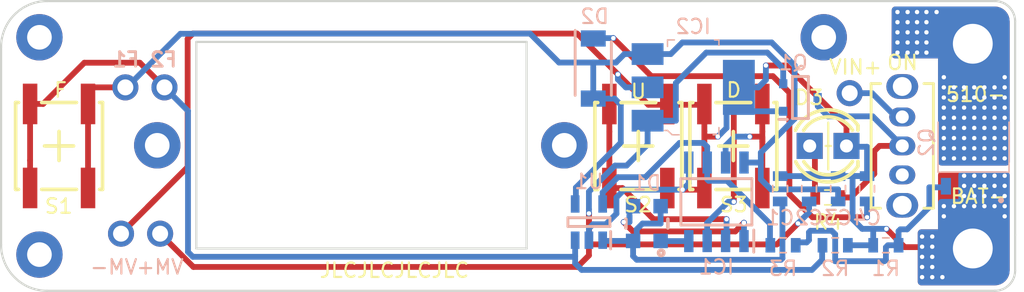
<source format=kicad_pcb>
(kicad_pcb (version 20190331) (host pcbnew 5.1.0-unknown-9e240db~82~ubuntu18.04.1)

  (general
    (thickness 1.6)
    (drawings 36)
    (tracks 378)
    (zones 0)
    (modules 32)
    (nets 20)
  )

  (page A4)
  (layers
    (0 F.Cu signal)
    (31 B.Cu signal)
    (32 B.Adhes user hide)
    (33 F.Adhes user hide)
    (34 B.Paste user)
    (35 F.Paste user)
    (36 B.SilkS user)
    (37 F.SilkS user)
    (38 B.Mask user)
    (39 F.Mask user)
    (40 Dwgs.User user hide)
    (41 Cmts.User user hide)
    (42 Eco1.User user hide)
    (43 Eco2.User user hide)
    (44 Edge.Cuts user)
    (45 Margin user hide)
    (46 B.CrtYd user hide)
    (47 F.CrtYd user hide)
    (48 B.Fab user hide)
    (49 F.Fab user hide)
  )

  (setup
    (last_trace_width 0.4)
    (user_trace_width 0.6)
    (user_trace_width 0.8)
    (user_trace_width 1)
    (trace_clearance 0.3)
    (zone_clearance 0.3)
    (zone_45_only yes)
    (trace_min 0.4)
    (via_size 0.4)
    (via_drill 0.3)
    (via_min_size 0.4)
    (via_min_drill 0.3)
    (uvia_size 0.3)
    (uvia_drill 0.1)
    (uvias_allowed no)
    (uvia_min_size 0.2)
    (uvia_min_drill 0.1)
    (edge_width 0.05)
    (segment_width 0.2)
    (pcb_text_width 0.3)
    (pcb_text_size 1.5 1.5)
    (mod_edge_width 0.12)
    (mod_text_size 1 1)
    (mod_text_width 0.15)
    (pad_size 5 5)
    (pad_drill 2.75)
    (pad_to_mask_clearance 0.051)
    (solder_mask_min_width 0.25)
    (aux_axis_origin 0 0)
    (visible_elements FFFFFF7F)
    (pcbplotparams
      (layerselection 0x010fc_ffffffff)
      (usegerberextensions false)
      (usegerberattributes false)
      (usegerberadvancedattributes false)
      (creategerberjobfile false)
      (excludeedgelayer true)
      (linewidth 0.100000)
      (plotframeref false)
      (viasonmask false)
      (mode 1)
      (useauxorigin false)
      (hpglpennumber 1)
      (hpglpenspeed 20)
      (hpglpendiameter 15.000000)
      (psnegative false)
      (psa4output false)
      (plotreference true)
      (plotvalue true)
      (plotinvisibletext false)
      (padsonsilk false)
      (subtractmaskfromsilk false)
      (outputformat 1)
      (mirror false)
      (drillshape 0)
      (scaleselection 1)
      (outputdirectory "Gerbers-Board B/"))
  )

  (net 0 "")
  (net 1 /Down)
  (net 2 "Net-(S4-Pad3)")
  (net 3 "Net-(S4-PadMH1)")
  (net 4 "Net-(S4-PadMH2)")
  (net 5 "Net-(C1-Pad1)")
  (net 6 GND)
  (net 7 /UP)
  (net 8 /510-)
  (net 9 "Net-(Q2-Pad4)")
  (net 10 /VIN+toSwitch)
  (net 11 /VIN+toR5)
  (net 12 /R5toD3)
  (net 13 /POT0%)
  (net 14 /POT100%)
  (net 15 /D2toSTR)
  (net 16 /U1OUT)
  (net 17 /VIN+fromQ1Source)
  (net 18 /S1toVS)
  (net 19 /CStoR2)

  (net_class Default "This is the default net class."
    (clearance 0.3)
    (trace_width 0.4)
    (via_dia 0.4)
    (via_drill 0.3)
    (uvia_dia 0.3)
    (uvia_drill 0.1)
    (diff_pair_width 0.4)
    (diff_pair_gap 0.25)
    (add_net /510-)
    (add_net /CStoR2)
    (add_net /D2toSTR)
    (add_net /Down)
    (add_net /POT0%)
    (add_net /POT100%)
    (add_net /R5toD3)
    (add_net /S1toVS)
    (add_net /U1OUT)
    (add_net /UP)
    (add_net /VIN+fromQ1Source)
    (add_net /VIN+toR5)
    (add_net /VIN+toSwitch)
    (add_net GND)
    (add_net "Net-(C1-Pad1)")
    (add_net "Net-(Q2-Pad4)")
    (add_net "Net-(S4-Pad3)")
    (add_net "Net-(S4-PadMH1)")
    (add_net "Net-(S4-PadMH2)")
  )

  (module "VoltMax PWM:Mount_PAD_VM" (layer F.Cu) (tedit 5CAA5FD0) (tstamp 5CB63DC8)
    (at 153.4 100.1 90)
    (fp_text reference PAD4_VM (at 0 0 90) (layer F.SilkS) hide
      (effects (font (size 1.27 1.27) (thickness 0.15)))
    )
    (fp_text value Mount_PAD_VM (at 0 0 90) (layer F.SilkS) hide
      (effects (font (size 1.27 1.27) (thickness 0.15)))
    )
    (fp_line (start -2.5 -2.5) (end 2.5 -2.5) (layer F.CrtYd) (width 0.12))
    (fp_line (start -2.5 2.5) (end -2.5 -2.5) (layer F.CrtYd) (width 0.12))
    (fp_line (start 2.5 -2.5) (end 2.5 2.5) (layer F.CrtYd) (width 0.12))
    (fp_line (start 2.5 2.5) (end -2.5 2.5) (layer F.CrtYd) (width 0.12))
    (fp_line (start 2.5 -2.5) (end 2.5 2.5) (layer B.CrtYd) (width 0.12))
    (fp_line (start 2.5 2.5) (end -2.5 2.5) (layer B.CrtYd) (width 0.12))
    (fp_line (start -2.5 2.5) (end -2.5 -2.5) (layer B.CrtYd) (width 0.12))
    (fp_line (start -2.5 -2.5) (end 2.5 -2.5) (layer B.CrtYd) (width 0.12))
    (pad 1 thru_hole circle (at 0 0 90) (size 3.2 3.2) (drill 1.7) (layers *.Cu *.Mask)
      (zone_connect 2))
  )

  (module "VoltMax PWM:SS-12D07-VG4NSGAPA" (layer F.Cu) (tedit 5CAA6B21) (tstamp 5CA120DD)
    (at 176.73 100.14 270)
    (descr "Description: Switch: SPDT: Normally Closed")
    (path /5CA79FEC)
    (fp_text reference S4 (at 0 -3.754 270) (layer F.SilkS) hide
      (effects (font (size 1 1) (thickness 0.15)) (justify top))
    )
    (fp_text value SS12D07VG4NSGAPA (at 0 3 270) (layer F.SilkS) hide
      (effects (font (size 1 1) (thickness 0.15)) (justify top))
    )
    (fp_line (start -5.4 2.15) (end 5.4 2.15) (layer F.CrtYd) (width 0.2))
    (fp_line (start -5.4 -2.15) (end -5.4 2.15) (layer F.CrtYd) (width 0.2))
    (fp_line (start 5.4 -2.15) (end 5.4 2.1) (layer F.CrtYd) (width 0.2))
    (fp_line (start -5.4 -2.15) (end 5.4 -2.15) (layer F.CrtYd) (width 0.2))
    (fp_line (start 4.301 1.5) (end 4.301 2.15) (layer F.SilkS) (width 0.2))
    (fp_line (start -4.301 1.5) (end -4.301 2.15) (layer F.SilkS) (width 0.2))
    (fp_line (start 4.301 -2.15) (end 4.301 -1.5) (layer F.SilkS) (width 0.2))
    (fp_line (start -4.301 2.15) (end 4.301 2.15) (layer F.SilkS) (width 0.2))
    (fp_line (start -4.301 -2.15) (end 4.301 -2.15) (layer F.SilkS) (width 0.2))
    (fp_line (start -4.301 -2.15) (end -4.301 -1.5) (layer F.SilkS) (width 0.2))
    (fp_poly (pts (xy 3.148 0.25) (xy 3.16 0.399) (xy 3.195 0.544) (xy 3.252 0.682)
      (xy 3.33 0.81) (xy 3.427 0.923) (xy 3.54 1.02) (xy 3.668 1.098)
      (xy 3.806 1.155) (xy 3.951 1.19) (xy 4.1 1.202) (xy 4.249 1.19)
      (xy 4.394 1.155) (xy 4.532 1.098) (xy 4.66 1.02) (xy 4.773 0.923)
      (xy 4.87 0.81) (xy 4.948 0.682) (xy 5.005 0.544) (xy 5.04 0.399)
      (xy 5.052 0.25) (xy 5.052 -0.25) (xy 5.04 -0.399) (xy 5.005 -0.544)
      (xy 4.948 -0.682) (xy 4.87 -0.81) (xy 4.773 -0.923) (xy 4.66 -1.02)
      (xy 4.532 -1.098) (xy 4.394 -1.155) (xy 4.249 -1.19) (xy 4.1 -1.202)
      (xy 3.951 -1.19) (xy 3.806 -1.155) (xy 3.668 -1.098) (xy 3.54 -1.02)
      (xy 3.427 -0.923) (xy 3.33 -0.81) (xy 3.252 -0.682) (xy 3.195 -0.544)
      (xy 3.16 -0.399) (xy 3.148 -0.25)) (layer F.Mask) (width 0))
    (fp_poly (pts (xy 3.148 0.25) (xy 3.16 0.399) (xy 3.195 0.544) (xy 3.252 0.682)
      (xy 3.33 0.81) (xy 3.427 0.923) (xy 3.54 1.02) (xy 3.668 1.098)
      (xy 3.806 1.155) (xy 3.951 1.19) (xy 4.1 1.202) (xy 4.249 1.19)
      (xy 4.394 1.155) (xy 4.532 1.098) (xy 4.66 1.02) (xy 4.773 0.923)
      (xy 4.87 0.81) (xy 4.948 0.682) (xy 5.005 0.544) (xy 5.04 0.399)
      (xy 5.052 0.25) (xy 5.052 -0.25) (xy 5.04 -0.399) (xy 5.005 -0.544)
      (xy 4.948 -0.682) (xy 4.87 -0.81) (xy 4.773 -0.923) (xy 4.66 -1.02)
      (xy 4.532 -1.098) (xy 4.394 -1.155) (xy 4.249 -1.19) (xy 4.1 -1.202)
      (xy 3.951 -1.19) (xy 3.806 -1.155) (xy 3.668 -1.098) (xy 3.54 -1.02)
      (xy 3.427 -0.923) (xy 3.33 -0.81) (xy 3.252 -0.682) (xy 3.195 -0.544)
      (xy 3.16 -0.399) (xy 3.148 -0.25)) (layer B.Mask) (width 0))
    (fp_poly (pts (xy 4.949 -0.25) (xy 4.939 -0.383) (xy 4.907 -0.512) (xy 4.856 -0.635)
      (xy 4.787 -0.749) (xy 4.7 -0.85) (xy 4.599 -0.937) (xy 4.485 -1.006)
      (xy 4.362 -1.057) (xy 4.233 -1.089) (xy 4.1 -1.099) (xy 3.967 -1.089)
      (xy 3.838 -1.057) (xy 3.715 -1.006) (xy 3.601 -0.937) (xy 3.5 -0.85)
      (xy 3.413 -0.749) (xy 3.344 -0.635) (xy 3.293 -0.512) (xy 3.261 -0.383)
      (xy 3.251 -0.25) (xy 3.251 0.25) (xy 3.261 0.383) (xy 3.293 0.512)
      (xy 3.344 0.635) (xy 3.413 0.749) (xy 3.5 0.85) (xy 3.601 0.937)
      (xy 3.715 1.006) (xy 3.838 1.057) (xy 3.967 1.089) (xy 4.1 1.099)
      (xy 4.233 1.089) (xy 4.362 1.057) (xy 4.485 1.006) (xy 4.599 0.937)
      (xy 4.7 0.85) (xy 4.787 0.749) (xy 4.856 0.635) (xy 4.907 0.512)
      (xy 4.939 0.383) (xy 4.949 0.25)) (layer B.Cu) (width 0))
    (fp_poly (pts (xy 4.949 -0.25) (xy 4.939 -0.383) (xy 4.907 -0.512) (xy 4.856 -0.635)
      (xy 4.787 -0.749) (xy 4.7 -0.85) (xy 4.599 -0.937) (xy 4.485 -1.006)
      (xy 4.362 -1.057) (xy 4.233 -1.089) (xy 4.1 -1.099) (xy 3.967 -1.089)
      (xy 3.838 -1.057) (xy 3.715 -1.006) (xy 3.601 -0.937) (xy 3.5 -0.85)
      (xy 3.413 -0.749) (xy 3.344 -0.635) (xy 3.293 -0.512) (xy 3.261 -0.383)
      (xy 3.251 -0.25) (xy 3.251 0.25) (xy 3.261 0.383) (xy 3.293 0.512)
      (xy 3.344 0.635) (xy 3.413 0.749) (xy 3.5 0.85) (xy 3.601 0.937)
      (xy 3.715 1.006) (xy 3.838 1.057) (xy 3.967 1.089) (xy 4.1 1.099)
      (xy 4.233 1.089) (xy 4.362 1.057) (xy 4.485 1.006) (xy 4.599 0.937)
      (xy 4.7 0.85) (xy 4.787 0.749) (xy 4.856 0.635) (xy 4.907 0.512)
      (xy 4.939 0.383) (xy 4.949 0.25)) (layer F.Cu) (width 0))
    (fp_poly (pts (xy -5.052 0.25) (xy -5.04 0.399) (xy -5.005 0.544) (xy -4.948 0.682)
      (xy -4.87 0.81) (xy -4.773 0.923) (xy -4.66 1.02) (xy -4.532 1.098)
      (xy -4.394 1.155) (xy -4.249 1.19) (xy -4.1 1.202) (xy -3.951 1.19)
      (xy -3.806 1.155) (xy -3.668 1.098) (xy -3.54 1.02) (xy -3.427 0.923)
      (xy -3.33 0.81) (xy -3.252 0.682) (xy -3.195 0.544) (xy -3.16 0.399)
      (xy -3.148 0.25) (xy -3.148 -0.25) (xy -3.16 -0.399) (xy -3.195 -0.544)
      (xy -3.252 -0.682) (xy -3.33 -0.81) (xy -3.427 -0.923) (xy -3.54 -1.02)
      (xy -3.668 -1.098) (xy -3.806 -1.155) (xy -3.951 -1.19) (xy -4.1 -1.202)
      (xy -4.249 -1.19) (xy -4.394 -1.155) (xy -4.532 -1.098) (xy -4.66 -1.02)
      (xy -4.773 -0.923) (xy -4.87 -0.81) (xy -4.948 -0.682) (xy -5.005 -0.544)
      (xy -5.04 -0.399) (xy -5.052 -0.25)) (layer F.Mask) (width 0))
    (fp_poly (pts (xy -5.052 0.25) (xy -5.04 0.399) (xy -5.005 0.544) (xy -4.948 0.682)
      (xy -4.87 0.81) (xy -4.773 0.923) (xy -4.66 1.02) (xy -4.532 1.098)
      (xy -4.394 1.155) (xy -4.249 1.19) (xy -4.1 1.202) (xy -3.951 1.19)
      (xy -3.806 1.155) (xy -3.668 1.098) (xy -3.54 1.02) (xy -3.427 0.923)
      (xy -3.33 0.81) (xy -3.252 0.682) (xy -3.195 0.544) (xy -3.16 0.399)
      (xy -3.148 0.25) (xy -3.148 -0.25) (xy -3.16 -0.399) (xy -3.195 -0.544)
      (xy -3.252 -0.682) (xy -3.33 -0.81) (xy -3.427 -0.923) (xy -3.54 -1.02)
      (xy -3.668 -1.098) (xy -3.806 -1.155) (xy -3.951 -1.19) (xy -4.1 -1.202)
      (xy -4.249 -1.19) (xy -4.394 -1.155) (xy -4.532 -1.098) (xy -4.66 -1.02)
      (xy -4.773 -0.923) (xy -4.87 -0.81) (xy -4.948 -0.682) (xy -5.005 -0.544)
      (xy -5.04 -0.399) (xy -5.052 -0.25)) (layer B.Mask) (width 0))
    (fp_poly (pts (xy -3.251 -0.25) (xy -3.261 -0.383) (xy -3.293 -0.512) (xy -3.344 -0.635)
      (xy -3.413 -0.749) (xy -3.5 -0.85) (xy -3.601 -0.937) (xy -3.715 -1.006)
      (xy -3.838 -1.057) (xy -3.967 -1.089) (xy -4.1 -1.099) (xy -4.233 -1.089)
      (xy -4.362 -1.057) (xy -4.485 -1.006) (xy -4.599 -0.937) (xy -4.7 -0.85)
      (xy -4.787 -0.749) (xy -4.856 -0.635) (xy -4.907 -0.512) (xy -4.939 -0.383)
      (xy -4.949 -0.25) (xy -4.949 0.25) (xy -4.939 0.383) (xy -4.907 0.512)
      (xy -4.856 0.635) (xy -4.787 0.749) (xy -4.7 0.85) (xy -4.599 0.937)
      (xy -4.485 1.006) (xy -4.362 1.057) (xy -4.233 1.089) (xy -4.1 1.099)
      (xy -3.967 1.089) (xy -3.838 1.057) (xy -3.715 1.006) (xy -3.601 0.937)
      (xy -3.5 0.85) (xy -3.413 0.749) (xy -3.344 0.635) (xy -3.293 0.512)
      (xy -3.261 0.383) (xy -3.251 0.25)) (layer B.Cu) (width 0))
    (fp_poly (pts (xy -3.251 -0.25) (xy -3.261 -0.383) (xy -3.293 -0.512) (xy -3.344 -0.635)
      (xy -3.413 -0.749) (xy -3.5 -0.85) (xy -3.601 -0.937) (xy -3.715 -1.006)
      (xy -3.838 -1.057) (xy -3.967 -1.089) (xy -4.1 -1.099) (xy -4.233 -1.089)
      (xy -4.362 -1.057) (xy -4.485 -1.006) (xy -4.599 -0.937) (xy -4.7 -0.85)
      (xy -4.787 -0.749) (xy -4.856 -0.635) (xy -4.907 -0.512) (xy -4.939 -0.383)
      (xy -4.949 -0.25) (xy -4.949 0.25) (xy -4.939 0.383) (xy -4.907 0.512)
      (xy -4.856 0.635) (xy -4.787 0.749) (xy -4.7 0.85) (xy -4.599 0.937)
      (xy -4.485 1.006) (xy -4.362 1.057) (xy -4.233 1.089) (xy -4.1 1.099)
      (xy -3.967 1.089) (xy -3.838 1.057) (xy -3.715 1.006) (xy -3.601 0.937)
      (xy -3.5 0.85) (xy -3.413 0.749) (xy -3.344 0.635) (xy -3.293 0.512)
      (xy -3.261 0.383) (xy -3.251 0.25)) (layer F.Cu) (width 0))
    (fp_poly (pts (xy 1.248 0.25) (xy 1.257 0.368) (xy 1.285 0.482) (xy 1.33 0.591)
      (xy 1.392 0.692) (xy 1.468 0.782) (xy 1.558 0.858) (xy 1.659 0.92)
      (xy 1.768 0.965) (xy 1.882 0.993) (xy 2 1.002) (xy 2.118 0.993)
      (xy 2.232 0.965) (xy 2.341 0.92) (xy 2.442 0.858) (xy 2.532 0.782)
      (xy 2.608 0.692) (xy 2.67 0.591) (xy 2.715 0.482) (xy 2.743 0.368)
      (xy 2.752 0.25) (xy 2.752 -0.25) (xy 2.743 -0.368) (xy 2.715 -0.482)
      (xy 2.67 -0.591) (xy 2.608 -0.692) (xy 2.532 -0.782) (xy 2.442 -0.858)
      (xy 2.341 -0.92) (xy 2.232 -0.965) (xy 2.118 -0.993) (xy 2 -1.002)
      (xy 1.882 -0.993) (xy 1.768 -0.965) (xy 1.659 -0.92) (xy 1.558 -0.858)
      (xy 1.468 -0.782) (xy 1.392 -0.692) (xy 1.33 -0.591) (xy 1.285 -0.482)
      (xy 1.257 -0.368) (xy 1.248 -0.25)) (layer F.Mask) (width 0))
    (fp_poly (pts (xy 1.248 0.25) (xy 1.257 0.368) (xy 1.285 0.482) (xy 1.33 0.591)
      (xy 1.392 0.692) (xy 1.468 0.782) (xy 1.558 0.858) (xy 1.659 0.92)
      (xy 1.768 0.965) (xy 1.882 0.993) (xy 2 1.002) (xy 2.118 0.993)
      (xy 2.232 0.965) (xy 2.341 0.92) (xy 2.442 0.858) (xy 2.532 0.782)
      (xy 2.608 0.692) (xy 2.67 0.591) (xy 2.715 0.482) (xy 2.743 0.368)
      (xy 2.752 0.25) (xy 2.752 -0.25) (xy 2.743 -0.368) (xy 2.715 -0.482)
      (xy 2.67 -0.591) (xy 2.608 -0.692) (xy 2.532 -0.782) (xy 2.442 -0.858)
      (xy 2.341 -0.92) (xy 2.232 -0.965) (xy 2.118 -0.993) (xy 2 -1.002)
      (xy 1.882 -0.993) (xy 1.768 -0.965) (xy 1.659 -0.92) (xy 1.558 -0.858)
      (xy 1.468 -0.782) (xy 1.392 -0.692) (xy 1.33 -0.591) (xy 1.285 -0.482)
      (xy 1.257 -0.368) (xy 1.248 -0.25)) (layer B.Mask) (width 0))
    (fp_poly (pts (xy 2.649 -0.25) (xy 2.641 -0.352) (xy 2.617 -0.451) (xy 2.578 -0.545)
      (xy 2.525 -0.631) (xy 2.459 -0.709) (xy 2.381 -0.775) (xy 2.295 -0.828)
      (xy 2.201 -0.867) (xy 2.102 -0.891) (xy 2 -0.899) (xy 1.898 -0.891)
      (xy 1.799 -0.867) (xy 1.705 -0.828) (xy 1.619 -0.775) (xy 1.541 -0.709)
      (xy 1.475 -0.631) (xy 1.422 -0.545) (xy 1.383 -0.451) (xy 1.359 -0.352)
      (xy 1.351 -0.25) (xy 1.351 0.25) (xy 1.359 0.352) (xy 1.383 0.451)
      (xy 1.422 0.545) (xy 1.475 0.631) (xy 1.541 0.709) (xy 1.619 0.775)
      (xy 1.705 0.828) (xy 1.799 0.867) (xy 1.898 0.891) (xy 2 0.899)
      (xy 2.102 0.891) (xy 2.201 0.867) (xy 2.295 0.828) (xy 2.381 0.775)
      (xy 2.459 0.709) (xy 2.525 0.631) (xy 2.578 0.545) (xy 2.617 0.451)
      (xy 2.641 0.352) (xy 2.649 0.25)) (layer B.Cu) (width 0))
    (fp_poly (pts (xy 2.649 -0.25) (xy 2.641 -0.352) (xy 2.617 -0.451) (xy 2.578 -0.545)
      (xy 2.525 -0.631) (xy 2.459 -0.709) (xy 2.381 -0.775) (xy 2.295 -0.828)
      (xy 2.201 -0.867) (xy 2.102 -0.891) (xy 2 -0.899) (xy 1.898 -0.891)
      (xy 1.799 -0.867) (xy 1.705 -0.828) (xy 1.619 -0.775) (xy 1.541 -0.709)
      (xy 1.475 -0.631) (xy 1.422 -0.545) (xy 1.383 -0.451) (xy 1.359 -0.352)
      (xy 1.351 -0.25) (xy 1.351 0.25) (xy 1.359 0.352) (xy 1.383 0.451)
      (xy 1.422 0.545) (xy 1.475 0.631) (xy 1.541 0.709) (xy 1.619 0.775)
      (xy 1.705 0.828) (xy 1.799 0.867) (xy 1.898 0.891) (xy 2 0.899)
      (xy 2.102 0.891) (xy 2.201 0.867) (xy 2.295 0.828) (xy 2.381 0.775)
      (xy 2.459 0.709) (xy 2.525 0.631) (xy 2.578 0.545) (xy 2.617 0.451)
      (xy 2.641 0.352) (xy 2.649 0.25)) (layer F.Cu) (width 0))
    (fp_poly (pts (xy -0.752 0.25) (xy -0.743 0.368) (xy -0.715 0.482) (xy -0.67 0.591)
      (xy -0.608 0.692) (xy -0.532 0.782) (xy -0.442 0.858) (xy -0.341 0.92)
      (xy -0.232 0.965) (xy -0.118 0.993) (xy 0 1.002) (xy 0.118 0.993)
      (xy 0.232 0.965) (xy 0.341 0.92) (xy 0.442 0.858) (xy 0.532 0.782)
      (xy 0.608 0.692) (xy 0.67 0.591) (xy 0.715 0.482) (xy 0.743 0.368)
      (xy 0.752 0.25) (xy 0.752 -0.25) (xy 0.743 -0.368) (xy 0.715 -0.482)
      (xy 0.67 -0.591) (xy 0.608 -0.692) (xy 0.532 -0.782) (xy 0.442 -0.858)
      (xy 0.341 -0.92) (xy 0.232 -0.965) (xy 0.118 -0.993) (xy 0 -1.002)
      (xy -0.118 -0.993) (xy -0.232 -0.965) (xy -0.341 -0.92) (xy -0.442 -0.858)
      (xy -0.532 -0.782) (xy -0.608 -0.692) (xy -0.67 -0.591) (xy -0.715 -0.482)
      (xy -0.743 -0.368) (xy -0.752 -0.25)) (layer F.Mask) (width 0))
    (fp_poly (pts (xy -0.752 0.25) (xy -0.743 0.368) (xy -0.715 0.482) (xy -0.67 0.591)
      (xy -0.608 0.692) (xy -0.532 0.782) (xy -0.442 0.858) (xy -0.341 0.92)
      (xy -0.232 0.965) (xy -0.118 0.993) (xy 0 1.002) (xy 0.118 0.993)
      (xy 0.232 0.965) (xy 0.341 0.92) (xy 0.442 0.858) (xy 0.532 0.782)
      (xy 0.608 0.692) (xy 0.67 0.591) (xy 0.715 0.482) (xy 0.743 0.368)
      (xy 0.752 0.25) (xy 0.752 -0.25) (xy 0.743 -0.368) (xy 0.715 -0.482)
      (xy 0.67 -0.591) (xy 0.608 -0.692) (xy 0.532 -0.782) (xy 0.442 -0.858)
      (xy 0.341 -0.92) (xy 0.232 -0.965) (xy 0.118 -0.993) (xy 0 -1.002)
      (xy -0.118 -0.993) (xy -0.232 -0.965) (xy -0.341 -0.92) (xy -0.442 -0.858)
      (xy -0.532 -0.782) (xy -0.608 -0.692) (xy -0.67 -0.591) (xy -0.715 -0.482)
      (xy -0.743 -0.368) (xy -0.752 -0.25)) (layer B.Mask) (width 0))
    (fp_poly (pts (xy 0.649 -0.25) (xy 0.641 -0.352) (xy 0.617 -0.451) (xy 0.578 -0.545)
      (xy 0.525 -0.631) (xy 0.459 -0.709) (xy 0.381 -0.775) (xy 0.295 -0.828)
      (xy 0.201 -0.867) (xy 0.102 -0.891) (xy 0 -0.899) (xy -0.102 -0.891)
      (xy -0.201 -0.867) (xy -0.295 -0.828) (xy -0.381 -0.775) (xy -0.459 -0.709)
      (xy -0.525 -0.631) (xy -0.578 -0.545) (xy -0.617 -0.451) (xy -0.641 -0.352)
      (xy -0.649 -0.25) (xy -0.649 0.25) (xy -0.641 0.352) (xy -0.617 0.451)
      (xy -0.578 0.545) (xy -0.525 0.631) (xy -0.459 0.709) (xy -0.381 0.775)
      (xy -0.295 0.828) (xy -0.201 0.867) (xy -0.102 0.891) (xy 0 0.899)
      (xy 0.102 0.891) (xy 0.201 0.867) (xy 0.295 0.828) (xy 0.381 0.775)
      (xy 0.459 0.709) (xy 0.525 0.631) (xy 0.578 0.545) (xy 0.617 0.451)
      (xy 0.641 0.352) (xy 0.649 0.25)) (layer B.Cu) (width 0))
    (fp_poly (pts (xy 0.649 -0.25) (xy 0.641 -0.352) (xy 0.617 -0.451) (xy 0.578 -0.545)
      (xy 0.525 -0.631) (xy 0.459 -0.709) (xy 0.381 -0.775) (xy 0.295 -0.828)
      (xy 0.201 -0.867) (xy 0.102 -0.891) (xy 0 -0.899) (xy -0.102 -0.891)
      (xy -0.201 -0.867) (xy -0.295 -0.828) (xy -0.381 -0.775) (xy -0.459 -0.709)
      (xy -0.525 -0.631) (xy -0.578 -0.545) (xy -0.617 -0.451) (xy -0.641 -0.352)
      (xy -0.649 -0.25) (xy -0.649 0.25) (xy -0.641 0.352) (xy -0.617 0.451)
      (xy -0.578 0.545) (xy -0.525 0.631) (xy -0.459 0.709) (xy -0.381 0.775)
      (xy -0.295 0.828) (xy -0.201 0.867) (xy -0.102 0.891) (xy 0 0.899)
      (xy 0.102 0.891) (xy 0.201 0.867) (xy 0.295 0.828) (xy 0.381 0.775)
      (xy 0.459 0.709) (xy 0.525 0.631) (xy 0.578 0.545) (xy 0.617 0.451)
      (xy 0.641 0.352) (xy 0.649 0.25)) (layer F.Cu) (width 0))
    (fp_poly (pts (xy -2.752 0.25) (xy -2.743 0.368) (xy -2.715 0.482) (xy -2.67 0.591)
      (xy -2.608 0.692) (xy -2.532 0.782) (xy -2.442 0.858) (xy -2.341 0.92)
      (xy -2.232 0.965) (xy -2.118 0.993) (xy -2 1.002) (xy -1.882 0.993)
      (xy -1.768 0.965) (xy -1.659 0.92) (xy -1.558 0.858) (xy -1.468 0.782)
      (xy -1.392 0.692) (xy -1.33 0.591) (xy -1.285 0.482) (xy -1.257 0.368)
      (xy -1.248 0.25) (xy -1.248 -0.25) (xy -1.257 -0.368) (xy -1.285 -0.482)
      (xy -1.33 -0.591) (xy -1.392 -0.692) (xy -1.468 -0.782) (xy -1.558 -0.858)
      (xy -1.659 -0.92) (xy -1.768 -0.965) (xy -1.882 -0.993) (xy -2 -1.002)
      (xy -2.118 -0.993) (xy -2.232 -0.965) (xy -2.341 -0.92) (xy -2.442 -0.858)
      (xy -2.532 -0.782) (xy -2.608 -0.692) (xy -2.67 -0.591) (xy -2.715 -0.482)
      (xy -2.743 -0.368) (xy -2.752 -0.25)) (layer F.Mask) (width 0))
    (fp_poly (pts (xy -2.752 0.25) (xy -2.743 0.368) (xy -2.715 0.482) (xy -2.67 0.591)
      (xy -2.608 0.692) (xy -2.532 0.782) (xy -2.442 0.858) (xy -2.341 0.92)
      (xy -2.232 0.965) (xy -2.118 0.993) (xy -2 1.002) (xy -1.882 0.993)
      (xy -1.768 0.965) (xy -1.659 0.92) (xy -1.558 0.858) (xy -1.468 0.782)
      (xy -1.392 0.692) (xy -1.33 0.591) (xy -1.285 0.482) (xy -1.257 0.368)
      (xy -1.248 0.25) (xy -1.248 -0.25) (xy -1.257 -0.368) (xy -1.285 -0.482)
      (xy -1.33 -0.591) (xy -1.392 -0.692) (xy -1.468 -0.782) (xy -1.558 -0.858)
      (xy -1.659 -0.92) (xy -1.768 -0.965) (xy -1.882 -0.993) (xy -2 -1.002)
      (xy -2.118 -0.993) (xy -2.232 -0.965) (xy -2.341 -0.92) (xy -2.442 -0.858)
      (xy -2.532 -0.782) (xy -2.608 -0.692) (xy -2.67 -0.591) (xy -2.715 -0.482)
      (xy -2.743 -0.368) (xy -2.752 -0.25)) (layer B.Mask) (width 0))
    (fp_poly (pts (xy -1.351 -0.25) (xy -1.359 -0.352) (xy -1.383 -0.451) (xy -1.422 -0.545)
      (xy -1.475 -0.631) (xy -1.541 -0.709) (xy -1.619 -0.775) (xy -1.705 -0.828)
      (xy -1.799 -0.867) (xy -1.898 -0.891) (xy -2 -0.899) (xy -2.102 -0.891)
      (xy -2.201 -0.867) (xy -2.295 -0.828) (xy -2.381 -0.775) (xy -2.459 -0.709)
      (xy -2.525 -0.631) (xy -2.578 -0.545) (xy -2.617 -0.451) (xy -2.641 -0.352)
      (xy -2.649 -0.25) (xy -2.649 0.25) (xy -2.641 0.352) (xy -2.617 0.451)
      (xy -2.578 0.545) (xy -2.525 0.631) (xy -2.459 0.709) (xy -2.381 0.775)
      (xy -2.295 0.828) (xy -2.201 0.867) (xy -2.102 0.891) (xy -2 0.899)
      (xy -1.898 0.891) (xy -1.799 0.867) (xy -1.705 0.828) (xy -1.619 0.775)
      (xy -1.541 0.709) (xy -1.475 0.631) (xy -1.422 0.545) (xy -1.383 0.451)
      (xy -1.359 0.352) (xy -1.351 0.25)) (layer B.Cu) (width 0))
    (fp_poly (pts (xy -1.351 -0.25) (xy -1.359 -0.352) (xy -1.383 -0.451) (xy -1.422 -0.545)
      (xy -1.475 -0.631) (xy -1.541 -0.709) (xy -1.619 -0.775) (xy -1.705 -0.828)
      (xy -1.799 -0.867) (xy -1.898 -0.891) (xy -2 -0.899) (xy -2.102 -0.891)
      (xy -2.201 -0.867) (xy -2.295 -0.828) (xy -2.381 -0.775) (xy -2.459 -0.709)
      (xy -2.525 -0.631) (xy -2.578 -0.545) (xy -2.617 -0.451) (xy -2.641 -0.352)
      (xy -2.649 -0.25) (xy -2.649 0.25) (xy -2.641 0.352) (xy -2.617 0.451)
      (xy -2.578 0.545) (xy -2.525 0.631) (xy -2.459 0.709) (xy -2.381 0.775)
      (xy -2.295 0.828) (xy -2.201 0.867) (xy -2.102 0.891) (xy -2 0.899)
      (xy -1.898 0.891) (xy -1.799 0.867) (xy -1.705 0.828) (xy -1.619 0.775)
      (xy -1.541 0.709) (xy -1.475 0.631) (xy -1.422 0.545) (xy -1.383 0.451)
      (xy -1.359 0.352) (xy -1.351 0.25)) (layer F.Cu) (width 0))
    (pad MH2 thru_hole circle (at 4.1 0) (size 1.7 1.7) (drill 1.3) (layers *.Cu *.Mask)
      (net 4 "Net-(S4-PadMH2)") (solder_mask_margin 0.1016) (zone_connect 2))
    (pad MH1 thru_hole circle (at -4.1 0) (size 1.7 1.7) (drill 1.3) (layers *.Cu *.Mask)
      (net 3 "Net-(S4-PadMH1)") (solder_mask_margin 0.1016) (zone_connect 2))
    (pad 3 thru_hole circle (at 2 0) (size 1.3 1.3) (drill 0.9) (layers *.Cu *.Mask)
      (net 2 "Net-(S4-Pad3)") (solder_mask_margin 0.1016) (zone_connect 2))
    (pad 2 thru_hole circle (at 0 0) (size 1.3 1.3) (drill 0.9) (layers *.Cu *.Mask)
      (net 11 /VIN+toR5) (solder_mask_margin 0.1016) (zone_connect 2))
    (pad 1 thru_hole circle (at -2 0) (size 1.3 1.3) (drill 0.9) (layers *.Cu *.Mask)
      (net 10 /VIN+toSwitch) (solder_mask_margin 0.1016) (zone_connect 2))
    (model "${KIPRJMOD}/VoltMax PWM.pretty/OS102011MS2QN1.stp"
      (offset (xyz 0 0 4))
      (scale (xyz 1 1.1 1))
      (rotate (xyz -90 0 0))
    )
  )

  (module "VoltMax PWM:PSMN1R2-25YLC_115" (layer B.Cu) (tedit 5CAA583B) (tstamp 5C9FCF67)
    (at 181.65 98 180)
    (descr "LFPAK56; PowerSO8 (SOT669)")
    (tags "MOSFET (N-Channel)")
    (path /5C9B7A79)
    (attr smd)
    (fp_text reference Q2 (at 3.25 -1.9 90) (layer B.SilkS)
      (effects (font (size 1 1) (thickness 0.15)) (justify mirror))
    )
    (fp_text value PSMN1R2-25YLC_115 (at 0.04 4.194 180) (layer B.SilkS) hide
      (effects (font (size 1.27 1.27) (thickness 0.254)) (justify mirror))
    )
    (fp_arc (start -1.9 -5.9) (end -1.8 -5.9) (angle -180) (layer B.SilkS) (width 0.2))
    (fp_arc (start -1.9 -5.9) (end -2 -5.9) (angle -180) (layer B.SilkS) (width 0.2))
    (fp_line (start -1.8 -5.9) (end -1.8 -5.9) (layer B.SilkS) (width 0.2))
    (fp_line (start -2 -5.9) (end -2 -5.9) (layer B.SilkS) (width 0.2))
    (fp_line (start 2.45 -3.95) (end 2.45 -0.5) (layer B.SilkS) (width 0.1))
    (fp_line (start -2.45 -3.95) (end 2.45 -3.95) (layer B.SilkS) (width 0.1))
    (fp_line (start -2.45 -0.5) (end -2.45 -3.95) (layer B.SilkS) (width 0.1))
    (fp_line (start -3.45 -7) (end -3.45 2.3) (layer Dwgs.User) (width 0.1))
    (fp_line (start 3.45 -7) (end -3.45 -7) (layer Dwgs.User) (width 0.1))
    (fp_line (start 3.45 2.3) (end 3.45 -7) (layer Dwgs.User) (width 0.1))
    (fp_line (start -3.45 2.3) (end 3.45 2.3) (layer Dwgs.User) (width 0.1))
    (fp_line (start -2.45 -3.95) (end -2.45 0) (layer Dwgs.User) (width 0.2))
    (fp_line (start 2.45 -3.95) (end -2.45 -3.95) (layer Dwgs.User) (width 0.2))
    (fp_line (start 2.45 0) (end 2.45 -3.95) (layer Dwgs.User) (width 0.2))
    (fp_line (start -2.45 0) (end 2.45 0) (layer Dwgs.User) (width 0.2))
    (pad 6 smd rect (at 0 0.55 90) (size 1.5 4.7) (layers B.Cu B.Paste B.Mask)
      (net 8 /510-))
    (pad 5 smd rect (at 0 -1.75 90) (size 3.1 4.2) (layers B.Cu B.Paste B.Mask)
      (net 8 /510-))
    (pad 4 smd rect (at 1.905 -4.925 180) (size 0.7 1.15) (layers B.Cu B.Paste B.Mask)
      (net 9 "Net-(Q2-Pad4)"))
    (pad 3 smd rect (at 0.635 -4.925 180) (size 0.7 1.15) (layers B.Cu B.Paste B.Mask)
      (net 6 GND))
    (pad 2 smd rect (at -0.635 -4.925 180) (size 0.7 1.15) (layers B.Cu B.Paste B.Mask)
      (net 6 GND))
    (pad 1 smd rect (at -1.905 -4.925 180) (size 0.7 1.15) (layers B.Cu B.Paste B.Mask)
      (net 6 GND))
    (model "${KIPRJMOD}/VoltMax PWM.pretty/SOT-669_LFPAK.step"
      (offset (xyz 0 -2 0))
      (scale (xyz 1 1 1))
      (rotate (xyz 0 0 -90))
    )
  )

  (module "VoltMax PWM:SolderWirePad_single_2-75mmDrill" (layer F.Cu) (tedit 5CAA6D7D) (tstamp 5C9FCF39)
    (at 181.6 93.09)
    (descr "Wire solder connection")
    (tags connector)
    (path /5CC1E23A)
    (attr virtual)
    (fp_text reference J2 (at 0 -3.5) (layer F.SilkS) hide
      (effects (font (size 1 1) (thickness 0.15)))
    )
    (fp_text value 510- (at 0.2 3.5 180) (layer F.SilkS)
      (effects (font (size 1 1) (thickness 0.15)))
    )
    (fp_line (start 2.6 2.6) (end -2.6 2.6) (layer F.CrtYd) (width 0.05))
    (fp_line (start 2.6 2.6) (end 2.6 -2.6) (layer F.CrtYd) (width 0.05))
    (fp_line (start -2.6 -2.6) (end -2.6 2.6) (layer F.CrtYd) (width 0.05))
    (fp_line (start -2.6 -2.6) (end 2.6 -2.6) (layer F.CrtYd) (width 0.05))
    (fp_text user %R (at 0 0) (layer F.Fab)
      (effects (font (size 1 1) (thickness 0.15)))
    )
    (pad 1 thru_hole circle (at 0 0) (size 5 5) (drill 2.75) (layers *.Cu *.Mask)
      (net 8 /510-))
  )

  (module "VoltMax PWM:SolderWirePad_single_2-75mmDrill" (layer F.Cu) (tedit 5CAA6D7D) (tstamp 5C9FCF2F)
    (at 181.6 107.22)
    (descr "Wire solder connection")
    (tags connector)
    (path /5CBF5CDE)
    (attr virtual)
    (fp_text reference J1 (at 0 -5.08) (layer F.SilkS) hide
      (effects (font (size 1 1) (thickness 0.15)))
    )
    (fp_text value BAT- (at 0.4 -3.6) (layer F.SilkS)
      (effects (font (size 1 1) (thickness 0.15)))
    )
    (fp_line (start 2.6 2.6) (end -2.6 2.6) (layer F.CrtYd) (width 0.05))
    (fp_line (start 2.6 2.6) (end 2.6 -2.6) (layer F.CrtYd) (width 0.05))
    (fp_line (start -2.6 -2.6) (end -2.6 2.6) (layer F.CrtYd) (width 0.05))
    (fp_line (start -2.6 -2.6) (end 2.6 -2.6) (layer F.CrtYd) (width 0.05))
    (fp_text user %R (at 0 0) (layer F.Fab)
      (effects (font (size 1 1) (thickness 0.15)))
    )
    (pad 1 thru_hole circle (at 0 0) (size 5 5) (drill 2.75) (layers *.Cu *.Mask)
      (net 6 GND))
  )

  (module "VoltMax PWM:Mount_PAD_VM" (layer F.Cu) (tedit 5CAA5FD0) (tstamp 5C881079)
    (at 117.169 107.644 90)
    (fp_text reference PAD2 (at 0 0 90) (layer F.SilkS) hide
      (effects (font (size 1.27 1.27) (thickness 0.15)))
    )
    (fp_text value Mount_PAD_VM (at 0 0 90) (layer F.SilkS) hide
      (effects (font (size 1.27 1.27) (thickness 0.15)))
    )
    (fp_line (start -2.5 -2.5) (end 2.5 -2.5) (layer B.CrtYd) (width 0.12))
    (fp_line (start -2.5 2.5) (end -2.5 -2.5) (layer B.CrtYd) (width 0.12))
    (fp_line (start 2.5 2.5) (end -2.5 2.5) (layer B.CrtYd) (width 0.12))
    (fp_line (start 2.5 -2.5) (end 2.5 2.5) (layer B.CrtYd) (width 0.12))
    (fp_line (start 2.5 2.5) (end -2.5 2.5) (layer F.CrtYd) (width 0.12))
    (fp_line (start 2.5 -2.5) (end 2.5 2.5) (layer F.CrtYd) (width 0.12))
    (fp_line (start -2.5 2.5) (end -2.5 -2.5) (layer F.CrtYd) (width 0.12))
    (fp_line (start -2.5 -2.5) (end 2.5 -2.5) (layer F.CrtYd) (width 0.12))
    (pad 1 thru_hole circle (at 0 0 90) (size 3.2 3.2) (drill 1.7) (layers *.Cu *.Mask)
      (zone_connect 2))
  )

  (module "VoltMax PWM:Mount_PAD_VM" (layer F.Cu) (tedit 5CAA5FD0) (tstamp 5C880FC5)
    (at 117.169 92.6436 90)
    (fp_text reference PAD1 (at 0 0 90) (layer F.SilkS) hide
      (effects (font (size 1.27 1.27) (thickness 0.15)))
    )
    (fp_text value Mount_PAD_VM (at 0 0 90) (layer F.SilkS) hide
      (effects (font (size 1.27 1.27) (thickness 0.15)))
    )
    (fp_line (start -2.5 -2.5) (end 2.5 -2.5) (layer B.CrtYd) (width 0.12))
    (fp_line (start -2.5 2.5) (end -2.5 -2.5) (layer B.CrtYd) (width 0.12))
    (fp_line (start 2.5 2.5) (end -2.5 2.5) (layer B.CrtYd) (width 0.12))
    (fp_line (start 2.5 -2.5) (end 2.5 2.5) (layer B.CrtYd) (width 0.12))
    (fp_line (start 2.5 2.5) (end -2.5 2.5) (layer F.CrtYd) (width 0.12))
    (fp_line (start 2.5 -2.5) (end 2.5 2.5) (layer F.CrtYd) (width 0.12))
    (fp_line (start -2.5 2.5) (end -2.5 -2.5) (layer F.CrtYd) (width 0.12))
    (fp_line (start -2.5 -2.5) (end 2.5 -2.5) (layer F.CrtYd) (width 0.12))
    (pad 1 thru_hole circle (at 0 0 90) (size 3.2 3.2) (drill 1.7) (layers *.Cu *.Mask)
      (zone_connect 2))
  )

  (module "VoltMax PWM:Mount_PAD_VM" (layer F.Cu) (tedit 5CAA5FD0) (tstamp 5C88109E)
    (at 171.309 92.6436 90)
    (fp_text reference PAD3 (at 0 0 90) (layer F.SilkS) hide
      (effects (font (size 1.27 1.27) (thickness 0.15)))
    )
    (fp_text value Mount_PAD_VM (at 0 0 90) (layer F.SilkS) hide
      (effects (font (size 1.27 1.27) (thickness 0.15)))
    )
    (fp_line (start -2.5 -2.5) (end 2.5 -2.5) (layer B.CrtYd) (width 0.12))
    (fp_line (start -2.5 2.5) (end -2.5 -2.5) (layer B.CrtYd) (width 0.12))
    (fp_line (start 2.5 2.5) (end -2.5 2.5) (layer B.CrtYd) (width 0.12))
    (fp_line (start 2.5 -2.5) (end 2.5 2.5) (layer B.CrtYd) (width 0.12))
    (fp_line (start 2.5 2.5) (end -2.5 2.5) (layer F.CrtYd) (width 0.12))
    (fp_line (start 2.5 -2.5) (end 2.5 2.5) (layer F.CrtYd) (width 0.12))
    (fp_line (start -2.5 2.5) (end -2.5 -2.5) (layer F.CrtYd) (width 0.12))
    (fp_line (start -2.5 -2.5) (end 2.5 -2.5) (layer F.CrtYd) (width 0.12))
    (pad 1 thru_hole circle (at 0 0 90) (size 3.2 3.2) (drill 1.7) (layers *.Cu *.Mask)
      (zone_connect 2))
  )

  (module "VoltMax PWM:Mount_PAD_VM" (layer F.Cu) (tedit 5CAA5FD0) (tstamp 5C880FA1)
    (at 125.3 100.1 90)
    (fp_text reference PAD4_VM (at 0 0 90) (layer F.SilkS) hide
      (effects (font (size 1.27 1.27) (thickness 0.15)))
    )
    (fp_text value Mount_PAD_VM (at 0 0 90) (layer F.SilkS) hide
      (effects (font (size 1.27 1.27) (thickness 0.15)))
    )
    (fp_line (start -2.5 -2.5) (end 2.5 -2.5) (layer B.CrtYd) (width 0.12))
    (fp_line (start -2.5 2.5) (end -2.5 -2.5) (layer B.CrtYd) (width 0.12))
    (fp_line (start 2.5 2.5) (end -2.5 2.5) (layer B.CrtYd) (width 0.12))
    (fp_line (start 2.5 -2.5) (end 2.5 2.5) (layer B.CrtYd) (width 0.12))
    (fp_line (start 2.5 2.5) (end -2.5 2.5) (layer F.CrtYd) (width 0.12))
    (fp_line (start 2.5 -2.5) (end 2.5 2.5) (layer F.CrtYd) (width 0.12))
    (fp_line (start -2.5 2.5) (end -2.5 -2.5) (layer F.CrtYd) (width 0.12))
    (fp_line (start -2.5 -2.5) (end 2.5 -2.5) (layer F.CrtYd) (width 0.12))
    (pad 1 thru_hole circle (at 0 0 90) (size 3.2 3.2) (drill 1.7) (layers *.Cu *.Mask)
      (zone_connect 2))
  )

  (module "VoltMax PWM:LED_4mm" (layer F.Cu) (tedit 5CAA810A) (tstamp 5CA1222F)
    (at 171.62 100.144 180)
    (descr "LED, diameter 4.0mm, 2 pins, http://www.kingbright.com/attachments/file/psearch/000/00/00/L-43GD(Ver.12B).pdf")
    (tags "LED diameter 4.0mm 2 pins")
    (path /5CAACF2D)
    (fp_text reference D3 (at 1.32 3.344 180) (layer F.SilkS)
      (effects (font (size 1 1) (thickness 0.15)))
    )
    (fp_text value LED (at 0.01 3.77 180) (layer F.Fab)
      (effects (font (size 1 1) (thickness 0.15)))
    )
    (fp_line (start -0.181 0) (end 0.181 0) (layer F.SilkS) (width 0.15))
    (fp_line (start 0.001 -1.622) (end -0.001 1.609) (layer F.SilkS) (width 0.15))
    (fp_line (start 2.74 -2.74) (end -2.71 -2.74) (layer F.CrtYd) (width 0.05))
    (fp_line (start 2.74 2.76) (end 2.74 -2.74) (layer F.CrtYd) (width 0.05))
    (fp_line (start -2.71 2.76) (end 2.74 2.76) (layer F.CrtYd) (width 0.05))
    (fp_line (start -2.71 -2.74) (end -2.71 2.76) (layer F.CrtYd) (width 0.05))
    (fp_line (start -2.05 1.09) (end -2.05 1.409) (layer F.SilkS) (width 0.25))
    (fp_line (start -2.05 -1.389) (end -2.05 -1.07) (layer F.SilkS) (width 0.25))
    (fp_line (start -1.99 -1.31665) (end -1.99 1.33665) (layer F.Fab) (width 0.1))
    (fp_circle (center 0.01 0.01) (end 2.01 0.01) (layer F.Fab) (width 0.1))
    (fp_arc (start 0.01 0) (end -1.67333 1.09) (angle -114.6) (layer F.SilkS) (width 0.25))
    (fp_arc (start 0.01 0) (end -1.67333 -1.07) (angle 114.6) (layer F.SilkS) (width 0.25))
    (fp_arc (start 0.01 0) (end -2.05 1.408749) (angle -120.1) (layer F.SilkS) (width 0.25))
    (fp_arc (start 0.01 0) (end -2.05 -1.388749) (angle 120.1) (layer F.SilkS) (width 0.25))
    (fp_arc (start 0.01 0.01) (end -1.99 -1.31665) (angle 292.9) (layer F.Fab) (width 0.1))
    (pad 2 thru_hole rect (at 1.28 0 180) (size 1.8 1.8) (drill 0.9) (layers *.Cu *.Mask)
      (net 12 /R5toD3))
    (pad 1 thru_hole rect (at -1.26 0 180) (size 1.8 1.8) (drill 0.9) (layers *.Cu *.Mask)
      (net 6 GND))
    (model "${KIPRJMOD}/VoltMax PWM.pretty/ELM 2.igs"
      (at (xyz 0 0 0))
      (scale (xyz 1 0.1 1))
      (rotate (xyz -90 0 90))
    )
    (model "${KIPRJMOD}/VoltMax PWM.pretty/SSL-LX40FT3ID-v0.step"
      (offset (xyz 0 0 1.25))
      (scale (xyz 1 1 1))
      (rotate (xyz 0 0 180))
    )
  )

  (module "VoltMax PWM:C_0603_1608Metric" (layer B.Cu) (tedit 59FE48B8) (tstamp 5C9FCE9D)
    (at 168.3 103.1 90)
    (descr "Capacitor SMD 0603 (1608 Metric), square (rectangular) end terminal, IPC_7351 nominal, (Body size source: http://www.tortai-tech.com/upload/download/2011102023233369053.pdf), generated with kicad-footprint-generator")
    (tags capacitor)
    (path /5C9B14A9)
    (attr smd)
    (fp_text reference C1 (at -2 0) (layer B.SilkS)
      (effects (font (size 1 1) (thickness 0.15)) (justify mirror))
    )
    (fp_text value 0.47uF (at 0 -1.65 90) (layer B.Fab)
      (effects (font (size 1 1) (thickness 0.15)) (justify mirror))
    )
    (fp_text user %R (at 0 0 90) (layer B.Fab)
      (effects (font (size 0.5 0.5) (thickness 0.08)) (justify mirror))
    )
    (fp_line (start 1.46 -0.75) (end -1.46 -0.75) (layer B.CrtYd) (width 0.05))
    (fp_line (start 1.46 0.75) (end 1.46 -0.75) (layer B.CrtYd) (width 0.05))
    (fp_line (start -1.46 0.75) (end 1.46 0.75) (layer B.CrtYd) (width 0.05))
    (fp_line (start -1.46 -0.75) (end -1.46 0.75) (layer B.CrtYd) (width 0.05))
    (fp_line (start -0.22 -0.51) (end 0.22 -0.51) (layer B.SilkS) (width 0.12))
    (fp_line (start -0.22 0.51) (end 0.22 0.51) (layer B.SilkS) (width 0.12))
    (fp_line (start 0.8 -0.4) (end -0.8 -0.4) (layer B.Fab) (width 0.1))
    (fp_line (start 0.8 0.4) (end 0.8 -0.4) (layer B.Fab) (width 0.1))
    (fp_line (start -0.8 0.4) (end 0.8 0.4) (layer B.Fab) (width 0.1))
    (fp_line (start -0.8 -0.4) (end -0.8 0.4) (layer B.Fab) (width 0.1))
    (pad 2 smd rect (at 0.875 0 90) (size 0.67 1) (layers B.Cu B.Paste B.Mask)
      (net 6 GND))
    (pad 1 smd rect (at -0.875 0 90) (size 0.67 1) (layers B.Cu B.Paste B.Mask)
      (net 5 "Net-(C1-Pad1)"))
    (model ${KISYS3DMOD}/Capacitor_SMD.3dshapes/C_0603_1608Metric.wrl
      (at (xyz 0 0 0))
      (scale (xyz 1 1 1))
      (rotate (xyz 0 0 0))
    )
  )

  (module "VoltMax PWM:C_0603_1608Metric" (layer B.Cu) (tedit 59FE48B8) (tstamp 5C9FCEAE)
    (at 170.3 103.1 90)
    (descr "Capacitor SMD 0603 (1608 Metric), square (rectangular) end terminal, IPC_7351 nominal, (Body size source: http://www.tortai-tech.com/upload/download/2011102023233369053.pdf), generated with kicad-footprint-generator")
    (tags capacitor)
    (path /5CA1E9E7)
    (attr smd)
    (fp_text reference C2 (at -2 0) (layer B.SilkS)
      (effects (font (size 1 1) (thickness 0.15)) (justify mirror))
    )
    (fp_text value 100nF (at 0 -1.65 90) (layer B.Fab)
      (effects (font (size 1 1) (thickness 0.15)) (justify mirror))
    )
    (fp_text user %R (at 0 0 90) (layer B.Fab)
      (effects (font (size 0.5 0.5) (thickness 0.08)) (justify mirror))
    )
    (fp_line (start 1.46 -0.75) (end -1.46 -0.75) (layer B.CrtYd) (width 0.05))
    (fp_line (start 1.46 0.75) (end 1.46 -0.75) (layer B.CrtYd) (width 0.05))
    (fp_line (start -1.46 0.75) (end 1.46 0.75) (layer B.CrtYd) (width 0.05))
    (fp_line (start -1.46 -0.75) (end -1.46 0.75) (layer B.CrtYd) (width 0.05))
    (fp_line (start -0.22 -0.51) (end 0.22 -0.51) (layer B.SilkS) (width 0.12))
    (fp_line (start -0.22 0.51) (end 0.22 0.51) (layer B.SilkS) (width 0.12))
    (fp_line (start 0.8 -0.4) (end -0.8 -0.4) (layer B.Fab) (width 0.1))
    (fp_line (start 0.8 0.4) (end 0.8 -0.4) (layer B.Fab) (width 0.1))
    (fp_line (start -0.8 0.4) (end 0.8 0.4) (layer B.Fab) (width 0.1))
    (fp_line (start -0.8 -0.4) (end -0.8 0.4) (layer B.Fab) (width 0.1))
    (pad 2 smd rect (at 0.875 0 90) (size 0.67 1) (layers B.Cu B.Paste B.Mask)
      (net 6 GND))
    (pad 1 smd rect (at -0.875 0 90) (size 0.67 1) (layers B.Cu B.Paste B.Mask)
      (net 17 /VIN+fromQ1Source))
    (model ${KISYS3DMOD}/Capacitor_SMD.3dshapes/C_0603_1608Metric.wrl
      (at (xyz 0 0 0))
      (scale (xyz 1 1 1))
      (rotate (xyz 0 0 0))
    )
  )

  (module "VoltMax PWM:C_0603_1608Metric" (layer B.Cu) (tedit 59FE48B8) (tstamp 5C9FCEBF)
    (at 172.3 103.1 90)
    (descr "Capacitor SMD 0603 (1608 Metric), square (rectangular) end terminal, IPC_7351 nominal, (Body size source: http://www.tortai-tech.com/upload/download/2011102023233369053.pdf), generated with kicad-footprint-generator")
    (tags capacitor)
    (path /5CA1FC39)
    (attr smd)
    (fp_text reference C3 (at -2 0) (layer B.SilkS)
      (effects (font (size 1 1) (thickness 0.15)) (justify mirror))
    )
    (fp_text value 10uF (at 0 -1.65 90) (layer B.Fab)
      (effects (font (size 1 1) (thickness 0.15)) (justify mirror))
    )
    (fp_text user %R (at 0 0 90) (layer B.Fab)
      (effects (font (size 0.5 0.5) (thickness 0.08)) (justify mirror))
    )
    (fp_line (start 1.46 -0.75) (end -1.46 -0.75) (layer B.CrtYd) (width 0.05))
    (fp_line (start 1.46 0.75) (end 1.46 -0.75) (layer B.CrtYd) (width 0.05))
    (fp_line (start -1.46 0.75) (end 1.46 0.75) (layer B.CrtYd) (width 0.05))
    (fp_line (start -1.46 -0.75) (end -1.46 0.75) (layer B.CrtYd) (width 0.05))
    (fp_line (start -0.22 -0.51) (end 0.22 -0.51) (layer B.SilkS) (width 0.12))
    (fp_line (start -0.22 0.51) (end 0.22 0.51) (layer B.SilkS) (width 0.12))
    (fp_line (start 0.8 -0.4) (end -0.8 -0.4) (layer B.Fab) (width 0.1))
    (fp_line (start 0.8 0.4) (end 0.8 -0.4) (layer B.Fab) (width 0.1))
    (fp_line (start -0.8 0.4) (end 0.8 0.4) (layer B.Fab) (width 0.1))
    (fp_line (start -0.8 -0.4) (end -0.8 0.4) (layer B.Fab) (width 0.1))
    (pad 2 smd rect (at 0.875 0 90) (size 0.67 1) (layers B.Cu B.Paste B.Mask)
      (net 6 GND))
    (pad 1 smd rect (at -0.875 0 90) (size 0.67 1) (layers B.Cu B.Paste B.Mask)
      (net 18 /S1toVS))
    (model ${KISYS3DMOD}/Capacitor_SMD.3dshapes/C_0603_1608Metric.wrl
      (at (xyz 0 0 0))
      (scale (xyz 1 1 1))
      (rotate (xyz 0 0 0))
    )
  )

  (module "VoltMax PWM:C_0603_1608Metric" (layer B.Cu) (tedit 59FE48B8) (tstamp 5C9FCED0)
    (at 174.3 103.1 90)
    (descr "Capacitor SMD 0603 (1608 Metric), square (rectangular) end terminal, IPC_7351 nominal, (Body size source: http://www.tortai-tech.com/upload/download/2011102023233369053.pdf), generated with kicad-footprint-generator")
    (tags capacitor)
    (path /5CA143D6)
    (attr smd)
    (fp_text reference C4 (at -2 0) (layer B.SilkS)
      (effects (font (size 1 1) (thickness 0.15)) (justify mirror))
    )
    (fp_text value 10uF (at 0 -1.65 90) (layer B.Fab)
      (effects (font (size 1 1) (thickness 0.15)) (justify mirror))
    )
    (fp_text user %R (at 0 0 90) (layer B.Fab)
      (effects (font (size 0.5 0.5) (thickness 0.08)) (justify mirror))
    )
    (fp_line (start 1.46 -0.75) (end -1.46 -0.75) (layer B.CrtYd) (width 0.05))
    (fp_line (start 1.46 0.75) (end 1.46 -0.75) (layer B.CrtYd) (width 0.05))
    (fp_line (start -1.46 0.75) (end 1.46 0.75) (layer B.CrtYd) (width 0.05))
    (fp_line (start -1.46 -0.75) (end -1.46 0.75) (layer B.CrtYd) (width 0.05))
    (fp_line (start -0.22 -0.51) (end 0.22 -0.51) (layer B.SilkS) (width 0.12))
    (fp_line (start -0.22 0.51) (end 0.22 0.51) (layer B.SilkS) (width 0.12))
    (fp_line (start 0.8 -0.4) (end -0.8 -0.4) (layer B.Fab) (width 0.1))
    (fp_line (start 0.8 0.4) (end 0.8 -0.4) (layer B.Fab) (width 0.1))
    (fp_line (start -0.8 0.4) (end 0.8 0.4) (layer B.Fab) (width 0.1))
    (fp_line (start -0.8 -0.4) (end -0.8 0.4) (layer B.Fab) (width 0.1))
    (pad 2 smd rect (at 0.875 0 90) (size 0.67 1) (layers B.Cu B.Paste B.Mask)
      (net 6 GND))
    (pad 1 smd rect (at -0.875 0 90) (size 0.67 1) (layers B.Cu B.Paste B.Mask)
      (net 15 /D2toSTR))
    (model ${KISYS3DMOD}/Capacitor_SMD.3dshapes/C_0603_1608Metric.wrl
      (at (xyz 0 0 0))
      (scale (xyz 1 1 1))
      (rotate (xyz 0 0 0))
    )
  )

  (module "VoltMax PWM:DB4X313K0R" (layer B.Cu) (tedit 5CAA5256) (tstamp 5C9FCEDF)
    (at 159.1 105.5 180)
    (descr Mini4-G4-B)
    (tags "Integrated Circuit")
    (path /5C9EAD9B)
    (attr smd)
    (fp_text reference D1 (at 0 2.8) (layer B.SilkS)
      (effects (font (size 1 1) (thickness 0.15)) (justify mirror))
    )
    (fp_text value DB4X313K0R (at 0.078 3.113 180) (layer B.SilkS) hide
      (effects (font (size 1.27 1.27) (thickness 0.254)) (justify mirror))
    )
    (fp_circle (center -0.988 -2.023) (end -1.04 -2.023) (layer B.SilkS) (width 0.254))
    (fp_line (start 1.45 0.3) (end 1.45 -0.3) (layer B.SilkS) (width 0.254))
    (fp_line (start -1.45 0.3) (end -1.45 -0.3) (layer B.SilkS) (width 0.254))
    (fp_line (start -1.45 -0.75) (end -1.45 0.75) (layer Dwgs.User) (width 0.254))
    (fp_line (start 1.45 -0.75) (end -1.45 -0.75) (layer Dwgs.User) (width 0.254))
    (fp_line (start 1.45 0.75) (end 1.45 -0.75) (layer Dwgs.User) (width 0.254))
    (fp_line (start -1.45 0.75) (end 1.45 0.75) (layer Dwgs.User) (width 0.254))
    (pad 4 smd rect (at -0.95 1.2 90) (size 1 1) (layers B.Cu B.Paste B.Mask)
      (net 5 "Net-(C1-Pad1)"))
    (pad 3 smd rect (at 0.95 1.2 90) (size 1 1) (layers B.Cu B.Paste B.Mask)
      (net 14 /POT100%))
    (pad 2 smd rect (at 0.95 -1.2 90) (size 1 1) (layers B.Cu B.Paste B.Mask)
      (net 5 "Net-(C1-Pad1)"))
    (pad 1 smd rect (at -0.95 -1.2 90) (size 1 1) (layers B.Cu B.Paste B.Mask)
      (net 13 /POT0%))
    (model "${KIPRJMOD}/VoltMax PWM.pretty/MINI4-G4-B.step"
      (at (xyz 0 0 0))
      (scale (xyz 1 1 1))
      (rotate (xyz 0 0 0))
    )
  )

  (module "VoltMax PWM:RBR5LAM60ATR" (layer B.Cu) (tedit 5CAA5D0A) (tstamp 5C9FCEF0)
    (at 155.4 94.8 270)
    (descr "SOD-128 PMDTM")
    (tags "Schottky Diode")
    (path /5CA259AB)
    (attr smd)
    (fp_text reference D2 (at -3.6 -0.1) (layer B.SilkS)
      (effects (font (size 1 1) (thickness 0.15)) (justify mirror))
    )
    (fp_text value RBR3LAM30A (at 0 0 270) (layer B.SilkS) hide
      (effects (font (size 1.27 1.27) (thickness 0.254)) (justify mirror))
    )
    (fp_line (start -1.85 -1.25) (end 1.85 -1.25) (layer B.SilkS) (width 0.2))
    (fp_line (start -2.635 1.25) (end 1.85 1.25) (layer B.SilkS) (width 0.2))
    (fp_line (start -1.85 0.69) (end -1.29 1.25) (layer Dwgs.User) (width 0.1))
    (fp_line (start -1.85 -1.25) (end -1.85 1.25) (layer Dwgs.User) (width 0.1))
    (fp_line (start 1.85 -1.25) (end -1.85 -1.25) (layer Dwgs.User) (width 0.1))
    (fp_line (start 1.85 1.25) (end 1.85 -1.25) (layer Dwgs.User) (width 0.1))
    (fp_line (start -1.85 1.25) (end 1.85 1.25) (layer Dwgs.User) (width 0.1))
    (fp_line (start -2.785 -1.5) (end -2.785 1.5) (layer Dwgs.User) (width 0.05))
    (fp_line (start 2.785 -1.5) (end -2.785 -1.5) (layer Dwgs.User) (width 0.05))
    (fp_line (start 2.785 1.5) (end 2.785 -1.5) (layer Dwgs.User) (width 0.05))
    (fp_line (start -2.785 1.5) (end 2.785 1.5) (layer Dwgs.User) (width 0.05))
    (pad 2 smd rect (at 2.075 0 180) (size 1.72 1.12) (layers B.Cu B.Paste B.Mask)
      (net 18 /S1toVS))
    (pad 1 smd rect (at -2.075 0 180) (size 1.72 1.12) (layers B.Cu B.Paste B.Mask)
      (net 15 /D2toSTR))
    (model "${KIPRJMOD}/VoltMax PWM.pretty/RBR5LAM60ATR.stp"
      (at (xyz 0 0 0))
      (scale (xyz 1 1 1))
      (rotate (xyz 0 0 0))
    )
  )

  (module "VoltMax PWM:DS1809Z-010+" (layer B.Cu) (tedit 5CAA5288) (tstamp 5C9FCF0A)
    (at 163.9 104 90)
    (descr DS1809Z-010+)
    (tags "Integrated Circuit")
    (path /5CA39D53)
    (attr smd)
    (fp_text reference IC1 (at -4.5 0 180) (layer B.SilkS)
      (effects (font (size 1 1) (thickness 0.15)) (justify mirror))
    )
    (fp_text value DS1809Z-010+ (at 0 0 90) (layer B.SilkS) hide
      (effects (font (size 1.27 1.27) (thickness 0.254)) (justify mirror))
    )
    (fp_line (start -3.475 2.58) (end -1.95 2.58) (layer B.SilkS) (width 0.2))
    (fp_line (start -1.6 -2.45) (end -1.6 2.45) (layer B.SilkS) (width 0.2))
    (fp_line (start 1.6 -2.45) (end -1.6 -2.45) (layer B.SilkS) (width 0.2))
    (fp_line (start 1.6 2.45) (end 1.6 -2.45) (layer B.SilkS) (width 0.2))
    (fp_line (start -1.6 2.45) (end 1.6 2.45) (layer B.SilkS) (width 0.2))
    (fp_line (start -1.95 1.18) (end -0.68 2.45) (layer Dwgs.User) (width 0.1))
    (fp_line (start -1.95 -2.45) (end -1.95 2.45) (layer Dwgs.User) (width 0.1))
    (fp_line (start 1.95 -2.45) (end -1.95 -2.45) (layer Dwgs.User) (width 0.1))
    (fp_line (start 1.95 2.45) (end 1.95 -2.45) (layer Dwgs.User) (width 0.1))
    (fp_line (start -1.95 2.45) (end 1.95 2.45) (layer Dwgs.User) (width 0.1))
    (fp_line (start -3.725 -2.75) (end -3.725 2.75) (layer Dwgs.User) (width 0.05))
    (fp_line (start 3.725 -2.75) (end -3.725 -2.75) (layer Dwgs.User) (width 0.05))
    (fp_line (start 3.725 2.75) (end 3.725 -2.75) (layer Dwgs.User) (width 0.05))
    (fp_line (start -3.725 2.75) (end 3.725 2.75) (layer Dwgs.User) (width 0.05))
    (pad 8 smd rect (at 2.712 1.905) (size 0.65 1.525) (layers B.Cu B.Paste B.Mask)
      (net 18 /S1toVS))
    (pad 7 smd rect (at 2.712 0.635) (size 0.65 1.525) (layers B.Cu B.Paste B.Mask)
      (net 1 /Down))
    (pad 6 smd rect (at 2.712 -0.635) (size 0.65 1.525) (layers B.Cu B.Paste B.Mask)
      (net 16 /U1OUT))
    (pad 5 smd rect (at 2.712 -1.905) (size 0.65 1.525) (layers B.Cu B.Paste B.Mask)
      (net 6 GND))
    (pad 4 smd rect (at -2.712 -1.905) (size 0.65 1.525) (layers B.Cu B.Paste B.Mask)
      (net 13 /POT0%))
    (pad 3 smd rect (at -2.712 -0.635) (size 0.65 1.525) (layers B.Cu B.Paste B.Mask)
      (net 15 /D2toSTR))
    (pad 2 smd rect (at -2.712 0.635) (size 0.65 1.525) (layers B.Cu B.Paste B.Mask)
      (net 7 /UP))
    (pad 1 smd rect (at -2.712 1.905) (size 0.65 1.525) (layers B.Cu B.Paste B.Mask)
      (net 14 /POT100%))
    (model "${KIPRJMOD}/VoltMax PWM.pretty/DS1809Z-010+.stp"
      (at (xyz 0 0 0))
      (scale (xyz 1 1 1))
      (rotate (xyz 0 0 0))
    )
  )

  (module "VoltMax PWM:NCV4264-2ST50T3G" (layer B.Cu) (tedit 5CAA579C) (tstamp 5C9FCF25)
    (at 162.3 96.1 90)
    (path /5CB9A7AE)
    (fp_text reference IC2 (at 4.2 0 180) (layer B.SilkS)
      (effects (font (size 1 1) (thickness 0.15)) (justify mirror))
    )
    (fp_text value NCV4264-2ST50T3G (at 0.15 -5.65 90) (layer B.Fab)
      (effects (font (size 1 1) (thickness 0.15)) (justify mirror))
    )
    (fp_line (start 3.15 1.65) (end 3.15 -1.65) (layer B.Fab) (width 0.1))
    (fp_line (start -3.15 1.65) (end 3.15 1.65) (layer B.Fab) (width 0.1))
    (fp_text user %R (at -0.05 -0.025 90) (layer B.Fab)
      (effects (font (size 1 1) (thickness 0.15)) (justify mirror))
    )
    (fp_line (start 3.275 1.775) (end 3.275 1.475) (layer B.SilkS) (width 0.1))
    (fp_line (start 2.9 1.775) (end 3.275 1.775) (layer B.SilkS) (width 0.1))
    (fp_line (start -3.275 1.775) (end -3.275 1.375) (layer B.SilkS) (width 0.1))
    (fp_line (start -2.775 1.775) (end -3.275 1.775) (layer B.SilkS) (width 0.1))
    (fp_line (start 3.275 -1.775) (end 2.825 -1.775) (layer B.SilkS) (width 0.1))
    (fp_line (start 3.275 -1.3) (end 3.275 -1.775) (layer B.SilkS) (width 0.1))
    (fp_line (start -3.15 -1.35) (end -2.875 -1.65) (layer B.Fab) (width 0.1))
    (fp_line (start 3.15 -1.65) (end -2.875 -1.65) (layer B.Fab) (width 0.1))
    (fp_line (start -3.15 -1.35) (end -3.15 1.65) (layer B.Fab) (width 0.1))
    (fp_line (start 3.45 4.45) (end 3.45 -4.45) (layer B.CrtYd) (width 0.05))
    (fp_line (start 3.45 4.45) (end -3.45 4.45) (layer B.CrtYd) (width 0.05))
    (fp_line (start -3.45 4.45) (end -3.45 -4.45) (layer B.CrtYd) (width 0.05))
    (fp_line (start -3.45 -4.45) (end 3.45 -4.45) (layer B.CrtYd) (width 0.05))
    (fp_line (start -2.975 -1.775) (end -2.975 -1.97) (layer B.SilkS) (width 0.1))
    (fp_line (start -3.275 -1.45) (end -2.975 -1.775) (layer B.SilkS) (width 0.1))
    (fp_line (start -3.275 -0.975) (end -3.275 -1.45) (layer B.SilkS) (width 0.1))
    (pad 4 smd rect (at 0 3.15 90) (size 3.8 2.2) (layers B.Cu B.Paste B.Mask)
      (net 6 GND))
    (pad 1 smd rect (at -2.3 -3.15 90) (size 1.5 2.2) (layers B.Cu B.Paste B.Mask)
      (net 17 /VIN+fromQ1Source))
    (pad 2 smd rect (at 0 -3.15 90) (size 1.5 2.2) (layers B.Cu B.Paste B.Mask)
      (net 6 GND))
    (pad 3 smd rect (at 2.3 -3.15 90) (size 1.5 2.2) (layers B.Cu B.Paste B.Mask)
      (net 18 /S1toVS))
    (model ${KISYS3DMOD}/Package_TO_SOT_SMD.3dshapes/SOT-223.step
      (at (xyz 0 0 0))
      (scale (xyz 1 1 1))
      (rotate (xyz 0 0 -90))
    )
  )

  (module "VoltMax PWM:SSM3J334R_LF" (layer B.Cu) (tedit 5CAA5EA5) (tstamp 5C9FCF4E)
    (at 169.7 96.8)
    (descr "SOT-23F (2-3Z1A)_1")
    (tags "MOSFET (P-Channel)")
    (path /5C9AC029)
    (attr smd)
    (fp_text reference Q1 (at -0.5 -2.4 -180) (layer B.SilkS)
      (effects (font (size 1 1) (thickness 0.15)) (justify mirror))
    )
    (fp_text value SSM3J334R_LF (at 0 0) (layer B.SilkS) hide
      (effects (font (size 1.27 1.27) (thickness 0.254)) (justify mirror))
    )
    (fp_line (start -1.475 1.51) (end -0.9 1.51) (layer B.SilkS) (width 0.2))
    (fp_line (start -0.55 -1.45) (end -0.55 1.45) (layer B.SilkS) (width 0.2))
    (fp_line (start 0.55 -1.45) (end -0.55 -1.45) (layer B.SilkS) (width 0.2))
    (fp_line (start 0.55 1.45) (end 0.55 -1.45) (layer B.SilkS) (width 0.2))
    (fp_line (start -0.55 1.45) (end 0.55 1.45) (layer B.SilkS) (width 0.2))
    (fp_line (start -0.9 0.5) (end 0.05 1.45) (layer Dwgs.User) (width 0.1))
    (fp_line (start -0.9 -1.45) (end -0.9 1.45) (layer Dwgs.User) (width 0.1))
    (fp_line (start 0.9 -1.45) (end -0.9 -1.45) (layer Dwgs.User) (width 0.1))
    (fp_line (start 0.9 1.45) (end 0.9 -1.45) (layer Dwgs.User) (width 0.1))
    (fp_line (start -0.9 1.45) (end 0.9 1.45) (layer Dwgs.User) (width 0.1))
    (fp_line (start -1.625 -1.7) (end -1.625 1.7) (layer Dwgs.User) (width 0.05))
    (fp_line (start 1.625 -1.7) (end -1.625 -1.7) (layer Dwgs.User) (width 0.05))
    (fp_line (start 1.625 1.7) (end 1.625 -1.7) (layer Dwgs.User) (width 0.05))
    (fp_line (start -1.625 1.7) (end 1.625 1.7) (layer Dwgs.User) (width 0.05))
    (pad 3 smd rect (at 1.188 0) (size 0.575 0.62) (layers B.Cu B.Paste B.Mask)
      (net 11 /VIN+toR5))
    (pad 2 smd rect (at -1.188 -0.95) (size 0.575 0.62) (layers B.Cu B.Paste B.Mask)
      (net 17 /VIN+fromQ1Source))
    (pad 1 smd rect (at -1.188 0.95) (size 0.575 0.62) (layers B.Cu B.Paste B.Mask)
      (net 6 GND))
    (model "${KIPRJMOD}/VoltMax PWM.pretty/SOT-23.step"
      (at (xyz 0 0 0))
      (scale (xyz 1 1 1))
      (rotate (xyz 0 0 0))
    )
  )

  (module "VoltMax PWM:R_0603_1608Metric" (layer B.Cu) (tedit 59FE48B8) (tstamp 5C9FCF78)
    (at 175.6 107 180)
    (descr "Resistor SMD 0603 (1608 Metric), square (rectangular) end terminal, IPC_7351 nominal, (Body size source: http://www.tortai-tech.com/upload/download/2011102023233369053.pdf), generated with kicad-footprint-generator")
    (tags resistor)
    (path /5C9B0408)
    (attr smd)
    (fp_text reference R1 (at 0 -1.6) (layer B.SilkS)
      (effects (font (size 1 1) (thickness 0.15)) (justify mirror))
    )
    (fp_text value 1M (at 0 -1.65 180) (layer B.Fab)
      (effects (font (size 1 1) (thickness 0.15)) (justify mirror))
    )
    (fp_text user %R (at 0 0 180) (layer B.Fab)
      (effects (font (size 0.5 0.5) (thickness 0.08)) (justify mirror))
    )
    (fp_line (start 1.46 -0.75) (end -1.46 -0.75) (layer B.CrtYd) (width 0.05))
    (fp_line (start 1.46 0.75) (end 1.46 -0.75) (layer B.CrtYd) (width 0.05))
    (fp_line (start -1.46 0.75) (end 1.46 0.75) (layer B.CrtYd) (width 0.05))
    (fp_line (start -1.46 -0.75) (end -1.46 0.75) (layer B.CrtYd) (width 0.05))
    (fp_line (start -0.22 -0.51) (end 0.22 -0.51) (layer B.SilkS) (width 0.12))
    (fp_line (start -0.22 0.51) (end 0.22 0.51) (layer B.SilkS) (width 0.12))
    (fp_line (start 0.8 -0.4) (end -0.8 -0.4) (layer B.Fab) (width 0.1))
    (fp_line (start 0.8 0.4) (end 0.8 -0.4) (layer B.Fab) (width 0.1))
    (fp_line (start -0.8 0.4) (end 0.8 0.4) (layer B.Fab) (width 0.1))
    (fp_line (start -0.8 -0.4) (end -0.8 0.4) (layer B.Fab) (width 0.1))
    (pad 2 smd rect (at 0.875 0 180) (size 0.67 1) (layers B.Cu B.Paste B.Mask)
      (net 6 GND))
    (pad 1 smd rect (at -0.875 0 180) (size 0.67 1) (layers B.Cu B.Paste B.Mask)
      (net 9 "Net-(Q2-Pad4)"))
    (model ${KISYS3DMOD}/Resistor_SMD.3dshapes/R_0603_1608Metric.wrl
      (at (xyz 0 0 0))
      (scale (xyz 1 1 1))
      (rotate (xyz 0 0 0))
    )
  )

  (module "VoltMax PWM:R_0603_1608Metric" (layer B.Cu) (tedit 59FE48B8) (tstamp 5C9FCF89)
    (at 172.1 107)
    (descr "Resistor SMD 0603 (1608 Metric), square (rectangular) end terminal, IPC_7351 nominal, (Body size source: http://www.tortai-tech.com/upload/download/2011102023233369053.pdf), generated with kicad-footprint-generator")
    (tags resistor)
    (path /5C9B0658)
    (attr smd)
    (fp_text reference R2 (at 0 1.6) (layer B.SilkS)
      (effects (font (size 1 1) (thickness 0.15)) (justify mirror))
    )
    (fp_text value 10K (at 0 -1.65) (layer B.Fab)
      (effects (font (size 1 1) (thickness 0.15)) (justify mirror))
    )
    (fp_text user %R (at 0 0) (layer B.Fab)
      (effects (font (size 0.5 0.5) (thickness 0.08)) (justify mirror))
    )
    (fp_line (start 1.46 -0.75) (end -1.46 -0.75) (layer B.CrtYd) (width 0.05))
    (fp_line (start 1.46 0.75) (end 1.46 -0.75) (layer B.CrtYd) (width 0.05))
    (fp_line (start -1.46 0.75) (end 1.46 0.75) (layer B.CrtYd) (width 0.05))
    (fp_line (start -1.46 -0.75) (end -1.46 0.75) (layer B.CrtYd) (width 0.05))
    (fp_line (start -0.22 -0.51) (end 0.22 -0.51) (layer B.SilkS) (width 0.12))
    (fp_line (start -0.22 0.51) (end 0.22 0.51) (layer B.SilkS) (width 0.12))
    (fp_line (start 0.8 -0.4) (end -0.8 -0.4) (layer B.Fab) (width 0.1))
    (fp_line (start 0.8 0.4) (end 0.8 -0.4) (layer B.Fab) (width 0.1))
    (fp_line (start -0.8 0.4) (end 0.8 0.4) (layer B.Fab) (width 0.1))
    (fp_line (start -0.8 -0.4) (end -0.8 0.4) (layer B.Fab) (width 0.1))
    (pad 2 smd rect (at 0.875 0) (size 0.67 1) (layers B.Cu B.Paste B.Mask)
      (net 6 GND))
    (pad 1 smd rect (at -0.875 0) (size 0.67 1) (layers B.Cu B.Paste B.Mask)
      (net 19 /CStoR2))
    (model ${KISYS3DMOD}/Resistor_SMD.3dshapes/R_0603_1608Metric.wrl
      (at (xyz 0 0 0))
      (scale (xyz 1 1 1))
      (rotate (xyz 0 0 0))
    )
  )

  (module "VoltMax PWM:R_0603_1608Metric" (layer B.Cu) (tedit 59FE48B8) (tstamp 5C9FCF9A)
    (at 168.5 107)
    (descr "Resistor SMD 0603 (1608 Metric), square (rectangular) end terminal, IPC_7351 nominal, (Body size source: http://www.tortai-tech.com/upload/download/2011102023233369053.pdf), generated with kicad-footprint-generator")
    (tags resistor)
    (path /5C9B0C95)
    (attr smd)
    (fp_text reference R3 (at 0 1.6) (layer B.SilkS)
      (effects (font (size 1 1) (thickness 0.15)) (justify mirror))
    )
    (fp_text value 1K (at 0 -1.65) (layer B.Fab)
      (effects (font (size 1 1) (thickness 0.15)) (justify mirror))
    )
    (fp_text user %R (at 0 0) (layer B.Fab)
      (effects (font (size 0.5 0.5) (thickness 0.08)) (justify mirror))
    )
    (fp_line (start 1.46 -0.75) (end -1.46 -0.75) (layer B.CrtYd) (width 0.05))
    (fp_line (start 1.46 0.75) (end 1.46 -0.75) (layer B.CrtYd) (width 0.05))
    (fp_line (start -1.46 0.75) (end 1.46 0.75) (layer B.CrtYd) (width 0.05))
    (fp_line (start -1.46 -0.75) (end -1.46 0.75) (layer B.CrtYd) (width 0.05))
    (fp_line (start -0.22 -0.51) (end 0.22 -0.51) (layer B.SilkS) (width 0.12))
    (fp_line (start -0.22 0.51) (end 0.22 0.51) (layer B.SilkS) (width 0.12))
    (fp_line (start 0.8 -0.4) (end -0.8 -0.4) (layer B.Fab) (width 0.1))
    (fp_line (start 0.8 0.4) (end 0.8 -0.4) (layer B.Fab) (width 0.1))
    (fp_line (start -0.8 0.4) (end 0.8 0.4) (layer B.Fab) (width 0.1))
    (fp_line (start -0.8 -0.4) (end -0.8 0.4) (layer B.Fab) (width 0.1))
    (pad 2 smd rect (at 0.875 0) (size 0.67 1) (layers B.Cu B.Paste B.Mask)
      (net 9 "Net-(Q2-Pad4)"))
    (pad 1 smd rect (at -0.875 0) (size 0.67 1) (layers B.Cu B.Paste B.Mask)
      (net 16 /U1OUT))
    (model ${KISYS3DMOD}/Resistor_SMD.3dshapes/R_0603_1608Metric.wrl
      (at (xyz 0 0 0))
      (scale (xyz 1 1 1))
      (rotate (xyz 0 0 0))
    )
  )

  (module "VoltMax PWM:MIC1557YM5_TR" (layer B.Cu) (tedit 5CAA5651) (tstamp 5C9FCFF8)
    (at 155.1 105.4 90)
    (descr "SOT-23-5 (M5)")
    (tags "Generator or Oscillator")
    (path /5C9AB238)
    (attr smd)
    (fp_text reference U1 (at 2.8 0 180) (layer B.SilkS)
      (effects (font (size 1 1) (thickness 0.15)) (justify mirror))
    )
    (fp_text value MIC1557YM5_TR (at 0 3.825 90) (layer B.SilkS) hide
      (effects (font (size 1.27 1.27) (thickness 0.254)) (justify mirror))
    )
    (fp_line (start -1.85 1.5) (end -0.65 1.5) (layer B.SilkS) (width 0.2))
    (fp_line (start -0.3 -1.45) (end -0.3 1.45) (layer B.SilkS) (width 0.2))
    (fp_line (start 0.3 -1.45) (end -0.3 -1.45) (layer B.SilkS) (width 0.2))
    (fp_line (start 0.3 1.45) (end 0.3 -1.45) (layer B.SilkS) (width 0.2))
    (fp_line (start -0.3 1.45) (end 0.3 1.45) (layer B.SilkS) (width 0.2))
    (fp_line (start -0.8 0.5) (end 0.15 1.45) (layer Dwgs.User) (width 0.1))
    (fp_line (start -0.8 -1.45) (end -0.8 1.45) (layer Dwgs.User) (width 0.1))
    (fp_line (start 0.8 -1.45) (end -0.8 -1.45) (layer Dwgs.User) (width 0.1))
    (fp_line (start 0.8 1.45) (end 0.8 -1.45) (layer Dwgs.User) (width 0.1))
    (fp_line (start -0.8 1.45) (end 0.8 1.45) (layer Dwgs.User) (width 0.1))
    (fp_line (start -2.1 -1.75) (end -2.1 1.75) (layer Dwgs.User) (width 0.05))
    (fp_line (start 2.1 -1.75) (end -2.1 -1.75) (layer Dwgs.User) (width 0.05))
    (fp_line (start 2.1 1.75) (end 2.1 -1.75) (layer Dwgs.User) (width 0.05))
    (fp_line (start -2.1 1.75) (end 2.1 1.75) (layer Dwgs.User) (width 0.05))
    (pad 5 smd rect (at 1.25 0.95) (size 0.6 1.2) (layers B.Cu B.Paste B.Mask)
      (net 16 /U1OUT))
    (pad 4 smd rect (at 1.25 -0.95) (size 0.6 1.2) (layers B.Cu B.Paste B.Mask)
      (net 18 /S1toVS))
    (pad 3 smd rect (at -1.25 -0.95) (size 0.6 1.2) (layers B.Cu B.Paste B.Mask)
      (net 19 /CStoR2))
    (pad 2 smd rect (at -1.25 0) (size 0.6 1.2) (layers B.Cu B.Paste B.Mask)
      (net 6 GND))
    (pad 1 smd rect (at -1.25 0.95) (size 0.6 1.2) (layers B.Cu B.Paste B.Mask)
      (net 5 "Net-(C1-Pad1)"))
    (model "${KIPRJMOD}/VoltMax PWM.pretty/MIC1557YM5_TR.stp"
      (at (xyz 0 0 0))
      (scale (xyz 1 1 1))
      (rotate (xyz 0 0 0))
    )
  )

  (module "VoltMax PWM:PAD_22G" (layer F.Cu) (tedit 5CAA5FDC) (tstamp 5CA0E9D0)
    (at 173.1 96.5)
    (path /5CA61B34)
    (fp_text reference J3 (at 0.002 2.057) (layer F.SilkS) hide
      (effects (font (size 1 1) (thickness 0.15)))
    )
    (fp_text value VIN+ (at 0.4 -1.8 180) (layer F.SilkS)
      (effects (font (size 1 1) (thickness 0.15)))
    )
    (pad 1 thru_hole circle (at 0 0 90) (size 1.8 1.8) (drill 1.1) (layers *.Cu *.Mask)
      (net 10 /VIN+toSwitch) (solder_mask_margin 0.1016) (zone_connect 2))
  )

  (module "VoltMax PWM:PAD_22G" (layer F.Cu) (tedit 5CAA5FDC) (tstamp 5CA0E9D5)
    (at 125.8 96.1)
    (path /5CA66391)
    (fp_text reference J4 (at 0.002 2.057) (layer F.SilkS) hide
      (effects (font (size 1 1) (thickness 0.15)))
    )
    (fp_text value PAD_Fire2 (at 0.005 -1.996) (layer F.SilkS) hide
      (effects (font (size 1 1) (thickness 0.15)))
    )
    (pad 1 thru_hole circle (at 0 0 90) (size 1.8 1.8) (drill 1.1) (layers *.Cu *.Mask)
      (net 19 /CStoR2) (solder_mask_margin 0.1016) (zone_connect 2))
  )

  (module "VoltMax PWM:PAD_22G" (layer F.Cu) (tedit 5CAA5FDC) (tstamp 5CA0E9DA)
    (at 123.1 96.1)
    (path /5CA67677)
    (fp_text reference J5 (at 0.002 2.057) (layer F.SilkS) hide
      (effects (font (size 1 1) (thickness 0.15)))
    )
    (fp_text value PAD_Fire1 (at 0.005 -1.996) (layer F.SilkS) hide
      (effects (font (size 1 1) (thickness 0.15)))
    )
    (pad 1 thru_hole circle (at 0 0 90) (size 1.8 1.8) (drill 1.1) (layers *.Cu *.Mask)
      (net 18 /S1toVS) (solder_mask_margin 0.1016) (zone_connect 2))
  )

  (module "VoltMax PWM:R_0603_1608Metric" (layer F.Cu) (tedit 59FE48B8) (tstamp 5CA120BA)
    (at 171.6 103.7)
    (descr "Resistor SMD 0603 (1608 Metric), square (rectangular) end terminal, IPC_7351 nominal, (Body size source: http://www.tortai-tech.com/upload/download/2011102023233369053.pdf), generated with kicad-footprint-generator")
    (tags resistor)
    (path /5CAAB1BD)
    (attr smd)
    (fp_text reference R4 (at 0 1.7) (layer F.SilkS)
      (effects (font (size 1 1) (thickness 0.15)))
    )
    (fp_text value 570 (at 0 1.65) (layer F.Fab)
      (effects (font (size 1 1) (thickness 0.15)))
    )
    (fp_text user %R (at 0 0) (layer F.Fab)
      (effects (font (size 0.5 0.5) (thickness 0.08)))
    )
    (fp_line (start 1.46 0.75) (end -1.46 0.75) (layer F.CrtYd) (width 0.05))
    (fp_line (start 1.46 -0.75) (end 1.46 0.75) (layer F.CrtYd) (width 0.05))
    (fp_line (start -1.46 -0.75) (end 1.46 -0.75) (layer F.CrtYd) (width 0.05))
    (fp_line (start -1.46 0.75) (end -1.46 -0.75) (layer F.CrtYd) (width 0.05))
    (fp_line (start -0.22 0.51) (end 0.22 0.51) (layer F.SilkS) (width 0.12))
    (fp_line (start -0.22 -0.51) (end 0.22 -0.51) (layer F.SilkS) (width 0.12))
    (fp_line (start 0.8 0.4) (end -0.8 0.4) (layer F.Fab) (width 0.1))
    (fp_line (start 0.8 -0.4) (end 0.8 0.4) (layer F.Fab) (width 0.1))
    (fp_line (start -0.8 -0.4) (end 0.8 -0.4) (layer F.Fab) (width 0.1))
    (fp_line (start -0.8 0.4) (end -0.8 -0.4) (layer F.Fab) (width 0.1))
    (pad 2 smd rect (at 0.875 0) (size 0.67 1) (layers F.Cu F.Paste F.Mask)
      (net 11 /VIN+toR5))
    (pad 1 smd rect (at -0.875 0) (size 0.67 1) (layers F.Cu F.Paste F.Mask)
      (net 12 /R5toD3))
    (model ${KISYS3DMOD}/Resistor_SMD.3dshapes/R_0603_1608Metric.wrl
      (at (xyz 0 0 0))
      (scale (xyz 1 1 1))
      (rotate (xyz 0 0 0))
    )
  )

  (module "VoltMax PWM:PAD_22G" (layer F.Cu) (tedit 5CAA5FDC) (tstamp 5CA12A79)
    (at 122.8 106.2)
    (path /5CADB0C9)
    (fp_text reference J6 (at 0.002 2.057) (layer F.SilkS) hide
      (effects (font (size 1 1) (thickness 0.15)))
    )
    (fp_text value VM- (at -0.5 2.3) (layer B.SilkS)
      (effects (font (size 1 1) (thickness 0.15)) (justify mirror))
    )
    (pad 1 thru_hole circle (at 0 0 90) (size 1.8 1.8) (drill 1.1) (layers *.Cu *.Mask)
      (net 6 GND) (solder_mask_margin 0.1016) (zone_connect 2))
  )

  (module "VoltMax PWM:PAD_22G" (layer F.Cu) (tedit 5CAA5FDC) (tstamp 5CA12A7E)
    (at 125.5 106.2)
    (path /5CADA399)
    (fp_text reference J7 (at 0.002 2.057) (layer F.SilkS) hide
      (effects (font (size 1 1) (thickness 0.15)))
    )
    (fp_text value VM+ (at 0 2.3) (layer B.SilkS)
      (effects (font (size 1 1) (thickness 0.15)) (justify mirror))
    )
    (pad 1 thru_hole circle (at 0 0 90) (size 1.8 1.8) (drill 1.1) (layers *.Cu *.Mask)
      (net 17 /VIN+fromQ1Source) (solder_mask_margin 0.1016) (zone_connect 2))
  )

  (module KSC641JLFS (layer F.Cu) (tedit 5CAA53A1) (tstamp 5CAAEF79)
    (at 118.523 100.144 270)
    (descr "Up, Down, Fire")
    (tags "Tactile Switch")
    (path /5C9BEA02)
    (attr smd)
    (fp_text reference S1 (at 4.156 0.023) (layer F.SilkS)
      (effects (font (size 1 1) (thickness 0.15)))
    )
    (fp_text value KSC641JLFS (at 0 3.97 270) (layer F.Fab) hide
      (effects (font (size 1 1) (thickness 0.15)))
    )
    (fp_line (start -3 -3) (end -3 -2.8) (layer F.SilkS) (width 0.25))
    (fp_line (start -3 -3) (end 3 -3) (layer F.SilkS) (width 0.25))
    (fp_line (start -3 3) (end 3 3) (layer F.SilkS) (width 0.25))
    (fp_line (start -3 -1.2) (end -3 1.2) (layer F.SilkS) (width 0.25))
    (fp_line (start 3 -1.2) (end 3 1.2) (layer F.SilkS) (width 0.25))
    (fp_line (start 3 -3) (end 3 -2.8) (layer F.SilkS) (width 0.25))
    (fp_line (start -3 3) (end -3 2.8) (layer F.SilkS) (width 0.25))
    (fp_line (start 3 3) (end 3 2.8) (layer F.SilkS) (width 0.25))
    (fp_line (start 0 -1) (end 0 1) (layer F.SilkS) (width 0.25))
    (fp_line (start -1 0) (end 1 0) (layer F.SilkS) (width 0.25))
    (pad 1 smd rect (at -2.9 -2 270) (size 2.8 1) (layers F.Cu F.Paste F.Mask)
      (net 18 /S1toVS) (solder_paste_margin -0.1016) (zone_connect 2))
    (pad 2 smd rect (at 2.9 -2 270) (size 2.8 1) (layers F.Cu F.Paste F.Mask)
      (net 18 /S1toVS) (solder_paste_margin -0.1016) (zone_connect 2))
    (pad 3 smd rect (at -2.9 2 270) (size 2.8 1) (layers F.Cu F.Paste F.Mask)
      (net 19 /CStoR2) (solder_paste_margin -0.1016) (zone_connect 2))
    (pad 4 smd rect (at 2.9 2 270) (size 2.8 1) (layers F.Cu F.Paste F.Mask)
      (net 19 /CStoR2) (solder_paste_margin -0.1016) (zone_connect 2))
    (model "${KIPRJMOD}/VoltMax PWM.pretty/omron-tact-color.step"
      (at (xyz 0 0 0))
      (scale (xyz 1 1 1))
      (rotate (xyz -90 0 0))
    )
  )

  (module KSC641JLFS (layer F.Cu) (tedit 5CAA53A1) (tstamp 5CAAEF8A)
    (at 158.51 100.15 270)
    (descr "Up, Down, Fire")
    (tags "Tactile Switch")
    (path /5CA13A45)
    (attr smd)
    (fp_text reference S2 (at 4.05 0.01) (layer F.SilkS)
      (effects (font (size 1 1) (thickness 0.15)))
    )
    (fp_text value KSC641JLFS (at 0 3.97 270) (layer F.Fab) hide
      (effects (font (size 1 1) (thickness 0.15)))
    )
    (fp_line (start -3 -3) (end -3 -2.8) (layer F.SilkS) (width 0.25))
    (fp_line (start -3 -3) (end 3 -3) (layer F.SilkS) (width 0.25))
    (fp_line (start -3 3) (end 3 3) (layer F.SilkS) (width 0.25))
    (fp_line (start -3 -1.2) (end -3 1.2) (layer F.SilkS) (width 0.25))
    (fp_line (start 3 -1.2) (end 3 1.2) (layer F.SilkS) (width 0.25))
    (fp_line (start 3 -3) (end 3 -2.8) (layer F.SilkS) (width 0.25))
    (fp_line (start -3 3) (end -3 2.8) (layer F.SilkS) (width 0.25))
    (fp_line (start 3 3) (end 3 2.8) (layer F.SilkS) (width 0.25))
    (fp_line (start 0 -1) (end 0 1) (layer F.SilkS) (width 0.25))
    (fp_line (start -1 0) (end 1 0) (layer F.SilkS) (width 0.25))
    (pad 1 smd rect (at -2.9 -2 270) (size 2.8 1) (layers F.Cu F.Paste F.Mask)
      (net 6 GND) (solder_paste_margin -0.1016) (zone_connect 2))
    (pad 2 smd rect (at 2.9 -2 270) (size 2.8 1) (layers F.Cu F.Paste F.Mask)
      (net 6 GND) (solder_paste_margin -0.1016) (zone_connect 2))
    (pad 3 smd rect (at -2.9 2 270) (size 2.8 1) (layers F.Cu F.Paste F.Mask)
      (net 7 /UP) (solder_paste_margin -0.1016) (zone_connect 2))
    (pad 4 smd rect (at 2.9 2 270) (size 2.8 1) (layers F.Cu F.Paste F.Mask)
      (net 7 /UP) (solder_paste_margin -0.1016) (zone_connect 2))
    (model "${KIPRJMOD}/VoltMax PWM.pretty/omron-tact-color.step"
      (at (xyz 0 0 0))
      (scale (xyz 1 1 1))
      (rotate (xyz -90 0 0))
    )
  )

  (module KSC641JLFS (layer F.Cu) (tedit 5CAA53A1) (tstamp 5CAAEF9B)
    (at 165.07 100.15 90)
    (descr "Up, Down, Fire")
    (tags "Tactile Switch")
    (path /5CA137AA)
    (attr smd)
    (fp_text reference S3 (at -4.05 0.03 180) (layer F.SilkS)
      (effects (font (size 1 1) (thickness 0.15)))
    )
    (fp_text value KSC641JLFS (at 0 3.97 90) (layer F.Fab) hide
      (effects (font (size 1 1) (thickness 0.15)))
    )
    (fp_line (start -1 0) (end 1 0) (layer F.SilkS) (width 0.25))
    (fp_line (start 0 -1) (end 0 1) (layer F.SilkS) (width 0.25))
    (fp_line (start 3 3) (end 3 2.8) (layer F.SilkS) (width 0.25))
    (fp_line (start -3 3) (end -3 2.8) (layer F.SilkS) (width 0.25))
    (fp_line (start 3 -3) (end 3 -2.8) (layer F.SilkS) (width 0.25))
    (fp_line (start 3 -1.2) (end 3 1.2) (layer F.SilkS) (width 0.25))
    (fp_line (start -3 -1.2) (end -3 1.2) (layer F.SilkS) (width 0.25))
    (fp_line (start -3 3) (end 3 3) (layer F.SilkS) (width 0.25))
    (fp_line (start -3 -3) (end 3 -3) (layer F.SilkS) (width 0.25))
    (fp_line (start -3 -3) (end -3 -2.8) (layer F.SilkS) (width 0.25))
    (pad 4 smd rect (at 2.9 2 90) (size 2.8 1) (layers F.Cu F.Paste F.Mask)
      (net 1 /Down) (solder_paste_margin -0.1016) (zone_connect 2))
    (pad 3 smd rect (at -2.9 2 90) (size 2.8 1) (layers F.Cu F.Paste F.Mask)
      (net 1 /Down) (solder_paste_margin -0.1016) (zone_connect 2))
    (pad 2 smd rect (at 2.9 -2 90) (size 2.8 1) (layers F.Cu F.Paste F.Mask)
      (net 6 GND) (solder_paste_margin -0.1016) (zone_connect 2))
    (pad 1 smd rect (at -2.9 -2 90) (size 2.8 1) (layers F.Cu F.Paste F.Mask)
      (net 6 GND) (solder_paste_margin -0.1016) (zone_connect 2))
    (model "${KIPRJMOD}/VoltMax PWM.pretty/omron-tact-color.step"
      (at (xyz 0 0 0))
      (scale (xyz 1 1 1))
      (rotate (xyz -90 0 0))
    )
  )

  (gr_line (start 153.2 102.6) (end 153.2 97.6) (layer B.CrtYd) (width 0.05) (tstamp 5CAB91D3))
  (gr_line (start 158.2 102.6) (end 153.2 102.6) (layer B.CrtYd) (width 0.05))
  (gr_line (start 153.2 97.6) (end 158.2 97.6) (layer B.CrtYd) (width 0.05))
  (gr_line (start 158.2 97.6) (end 158.2 102.6) (layer B.CrtYd) (width 0.05))
  (dimension 65.99954 (width 0.12) (layer F.Fab)
    (gr_text "66.000 mm" (at 151.527722 132.664093 -0.2) (layer F.Fab)
      (effects (font (size 1 1) (thickness 0.15)) (justify left))
    )
    (feature1 (pts (xy 118.52 134.563) (xy 118.525457 133.214167)))
    (feature2 (pts (xy 184.519 134.83) (xy 184.524457 133.481167)))
    (crossbar (pts (xy 184.522084 134.067583) (xy 118.523084 133.800583)))
    (arrow1a (pts (xy 118.523084 133.800583) (xy 119.651951 133.218724)))
    (arrow1b (pts (xy 118.523084 133.800583) (xy 119.647206 134.391556)))
    (arrow2a (pts (xy 184.522084 134.067583) (xy 183.397962 133.47661)))
    (arrow2b (pts (xy 184.522084 134.067583) (xy 183.393217 134.649442)))
  )
  (dimension 26.010192 (width 0.12) (layer F.Fab) (tstamp 5C8AE911)
    (gr_text "26.010 mm" (at 171.520229 129.150009 -0.2) (layer F.Fab) (tstamp 5C8AE911)
      (effects (font (size 1 1) (thickness 0.15)))
    )
    (feature1 (pts (xy 158.51 130.46) (xy 158.512601 129.783583)))
    (feature2 (pts (xy 184.52 130.56) (xy 184.522601 129.883583)))
    (crossbar (pts (xy 184.520346 130.47) (xy 158.510346 130.37)))
    (arrow1a (pts (xy 158.510346 130.37) (xy 159.639096 129.787915)))
    (arrow1b (pts (xy 158.510346 130.37) (xy 159.634587 130.960747)))
    (arrow2a (pts (xy 184.520346 130.47) (xy 183.396105 129.879253)))
    (arrow2b (pts (xy 184.520346 130.47) (xy 183.391596 131.052085)))
  )
  (dimension 19.460023 (width 0.12) (layer F.Fab)
    (gr_text "19.460 mm" (at 174.793637 125.925976 -0.1) (layer F.Fab)
      (effects (font (size 1 1) (thickness 0.15)))
    )
    (feature1 (pts (xy 165.06 128.27) (xy 165.062583 126.594554)))
    (feature2 (pts (xy 184.52 128.3) (xy 184.522583 126.624554)))
    (crossbar (pts (xy 184.521679 127.210974) (xy 165.061679 127.180974)))
    (arrow1a (pts (xy 165.061679 127.180974) (xy 166.189085 126.596291)))
    (arrow1b (pts (xy 165.061679 127.180974) (xy 166.187277 127.769131)))
    (arrow2a (pts (xy 184.521679 127.210974) (xy 183.396081 126.622817)))
    (arrow2b (pts (xy 184.521679 127.210974) (xy 183.394273 127.795657)))
  )
  (gr_line (start 184.521 88) (end 184.521 138) (layer F.Fab) (width 0.15))
  (gr_line (start 171.62 124.16) (end 171.62 88) (layer F.Fab) (width 0.15) (tstamp 5C8ADCD3))
  (dimension 12.900008 (width 0.12) (layer F.Fab)
    (gr_text "12.900 mm" (at 178.071583 122.680018 -0.1) (layer F.Fab)
      (effects (font (size 1 1) (thickness 0.15)))
    )
    (feature1 (pts (xy 171.62 124.132) (xy 171.620842 123.356597)))
    (feature2 (pts (xy 184.52 124.146) (xy 184.520842 123.370597)))
    (crossbar (pts (xy 184.520205 123.957017) (xy 171.620205 123.943017)))
    (arrow1a (pts (xy 171.620205 123.943017) (xy 172.747345 123.357819)))
    (arrow1b (pts (xy 171.620205 123.943017) (xy 172.746072 124.53066)))
    (arrow2a (pts (xy 184.520205 123.957017) (xy 183.394338 123.369374)))
    (arrow2b (pts (xy 184.520205 123.957017) (xy 183.393065 124.542215)))
  )
  (gr_text ON (at 175.6 93.8) (layer F.SilkS) (tstamp 5C880F91)
    (effects (font (size 1 1) (thickness 0.15)) (justify left top))
  )
  (gr_line (start 118.523 88) (end 118.523 135) (layer F.Fab) (width 0.15) (tstamp 5C89B8C4))
  (gr_line (start 158.511 88) (end 158.511 131) (layer F.Fab) (width 0.15) (tstamp 5C89B8B5))
  (gr_line (start 165.062 88) (end 165.062 128.3) (layer F.Fab) (width 0.15) (tstamp 5C89B8AF))
  (gr_line (start 176.803 88) (end 176.803 110.98) (layer F.Fab) (width 0.15))
  (gr_line (start 117.6961 110.1436) (end 183.1211 110.1436) (layer Edge.Cuts) (width 0.15) (tstamp 5C8810A5))
  (gr_arc (start 117.696318 106.968381) (end 114.5211 106.9686) (angle -89.99211) (layer Edge.Cuts) (width 0.15) (tstamp 5C8810A3))
  (gr_line (start 150.7981 92.9616) (end 127.9981 92.9616) (layer Edge.Cuts) (width 0.15) (tstamp 5C881095))
  (gr_line (start 127.9981 107.2216) (end 150.7981 107.2216) (layer Edge.Cuts) (width 0.15) (tstamp 5C88108A))
  (gr_line (start 150.7981 107.2216) (end 150.7981 92.9616) (layer Edge.Cuts) (width 0.15) (tstamp 5C881076))
  (gr_line (start 127.9981 92.9616) (end 127.9981 107.2216) (layer Edge.Cuts) (width 0.15) (tstamp 5C881073))
  (gr_text F (at 118.1 95.7) (layer F.SilkS) (tstamp 5C881066)
    (effects (font (size 1 1) (thickness 0.15)) (justify left top))
  )
  (gr_line (start 183.1211 110.1436) (end 183.1211 110.1436) (layer Edge.Cuts) (width 0.15) (tstamp 5C88100C))
  (gr_line (start 114.5211 93.3186) (end 114.5211 106.9686) (layer Edge.Cuts) (width 0.15) (tstamp 5C880FFC))
  (gr_line (start 113.0491 100.1436) (end 185.7991 100.1436) (layer F.Fab) (width 0.15) (tstamp 5C880FAC))
  (gr_text D (at 164.5 95.7) (layer F.SilkS) (tstamp 5C880FAA)
    (effects (font (size 1 1) (thickness 0.15)) (justify left top))
  )
  (gr_text U (at 157.9 95.8) (layer F.SilkS) (tstamp 5C880FA9)
    (effects (font (size 1 1) (thickness 0.15)) (justify left top))
  )
  (gr_text F2 (at 124.7 93.6) (layer B.SilkS) (tstamp 5C880FA7)
    (effects (font (size 1 1) (thickness 0.2)) (justify right top mirror))
  )
  (gr_arc (start 183.121272 91.543427) (end 184.5211 91.5436) (angle -90.014114) (layer Edge.Cuts) (width 0.15) (tstamp 5C880F9A))
  (gr_line (start 184.5211 106.2936) (end 184.5211 91.5436) (layer Edge.Cuts) (width 0.15) (tstamp 5C880F99))
  (gr_arc (start 117.696318 93.318818) (end 117.6961 90.1436) (angle -89.99211) (layer Edge.Cuts) (width 0.15) (tstamp 5C880F98))
  (gr_arc (start 183.121272 108.743772) (end 183.1211 110.1436) (angle -90.014114) (layer Edge.Cuts) (width 0.15) (tstamp 5C880F97))
  (gr_line (start 184.5211 108.7436) (end 184.5211 106.2936) (layer Edge.Cuts) (width 0.15) (tstamp 5C880F96))
  (gr_text JLCJLCJLCJLC (at 136.433 108.146) (layer F.SilkS) (tstamp 5C880F95)
    (effects (font (size 1 1) (thickness 0.15)) (justify left top))
  )
  (gr_line (start 183.1211 90.1436) (end 117.6961 90.1436) (layer Edge.Cuts) (width 0.15) (tstamp 5C880F94))
  (gr_text F1 (at 122.1 93.6) (layer B.SilkS) (tstamp 5C880F93)
    (effects (font (size 1 1) (thickness 0.2)) (justify right top mirror))
  )

  (segment (start 167.07 99.8755) (end 167.07 99.1503) (width 0.4) (layer F.Cu) (net 1))
  (segment (start 167.07 103.05) (end 167.07 99.8755) (width 0.4) (layer F.Cu) (net 1))
  (segment (start 167.07 97.25) (end 167.07 99.1503) (width 0.4) (layer F.Cu) (net 1))
  (segment (start 164.535 101.288) (end 164.535 100.1255) (width 0.4) (layer B.Cu) (net 1))
  (segment (start 165.917158 99.5) (end 166.2 99.5) (width 0.4) (layer B.Cu) (net 1))
  (segment (start 165.1605 99.5) (end 165.917158 99.5) (width 0.4) (layer B.Cu) (net 1))
  (segment (start 164.535 100.1255) (end 165.1605 99.5) (width 0.4) (layer B.Cu) (net 1))
  (via (at 166.2 99.5) (size 0.4) (drill 0.3) (layers F.Cu B.Cu) (net 1))
  (segment (start 167.07 99.8755) (end 167.07 99.53) (width 0.4) (layer F.Cu) (net 1))
  (segment (start 167.04 99.5) (end 166.2 99.5) (width 0.4) (layer F.Cu) (net 1))
  (segment (start 156.05 106.65) (end 156.1 106.7) (width 0.4) (layer B.Cu) (net 5))
  (segment (start 156.2 106.7) (end 158.15 106.7) (width 0.4) (layer B.Cu) (net 5))
  (segment (start 156.1 106.7) (end 156.2 106.7) (width 0.4) (layer B.Cu) (net 5))
  (segment (start 158.15 106.7) (end 158.286 106.7) (width 0.4) (layer B.Cu) (net 5))
  (segment (start 158.4 105.9) (end 158.4 106.45) (width 0.4) (layer B.Cu) (net 5))
  (segment (start 158.8 105.5) (end 158.4 105.9) (width 0.4) (layer B.Cu) (net 5))
  (segment (start 160.05 104.3) (end 160.05 105.5) (width 0.4) (layer B.Cu) (net 5))
  (segment (start 160.05 105.5) (end 158.8 105.5) (width 0.4) (layer B.Cu) (net 5))
  (segment (start 168.460001 107.900001) (end 168.460001 104.260001) (width 0.4) (layer B.Cu) (net 5))
  (segment (start 168.360001 108.000001) (end 168.460001 107.900001) (width 0.4) (layer B.Cu) (net 5))
  (segment (start 158.15 106.7) (end 158.15 107.75) (width 0.4) (layer B.Cu) (net 5))
  (segment (start 158.15 107.75) (end 158.4 108.000001) (width 0.4) (layer B.Cu) (net 5))
  (segment (start 158.4 108.000001) (end 168.360001 108.000001) (width 0.4) (layer B.Cu) (net 5))
  (segment (start 172.3 102.225) (end 171.3003 102.225) (width 0.4) (layer B.Cu) (net 6))
  (segment (start 170.3 102.225) (end 171.3003 102.225) (width 0.4) (layer B.Cu) (net 6))
  (segment (start 172.88 100.144) (end 172.88 98.7437) (width 0.4) (layer F.Cu) (net 6))
  (segment (start 172.88 98.7437) (end 168.7283 94.592) (width 0.4) (layer F.Cu) (net 6))
  (segment (start 168.7283 94.592) (end 167.3162 94.592) (width 0.4) (layer F.Cu) (net 6))
  (segment (start 160.51 97.25) (end 160.51 96.9252) (width 0.4) (layer F.Cu) (net 6))
  (segment (start 163.07 97.5907) (end 163.07 97.9314) (width 0.4) (layer F.Cu) (net 6))
  (segment (start 163.07 97.25) (end 163.07 97.5907) (width 0.4) (layer F.Cu) (net 6))
  (segment (start 170.3 102.225) (end 168.3 102.225) (width 0.4) (layer B.Cu) (net 6))
  (via (at 167.3162 94.592) (size 0.4) (layers F.Cu B.Cu) (net 6))
  (via (at 161.5714 103.1612) (size 0.4) (layers F.Cu B.Cu) (net 6))
  (via (at 179.5 109.2) (size 0.4) (layers F.Cu B.Cu) (net 6))
  (via (at 178.1 109.2) (size 0.4) (layers F.Cu B.Cu) (net 6))
  (via (at 178.8 109.2) (size 0.4) (layers F.Cu B.Cu) (net 6))
  (via (at 178.8 108.5) (size 0.4) (layers F.Cu B.Cu) (net 6))
  (via (at 178.1 108.5) (size 0.4) (layers F.Cu B.Cu) (net 6))
  (via (at 178.1 107.8) (size 0.4) (layers F.Cu B.Cu) (net 6))
  (via (at 178.8 107.8) (size 0.4) (layers F.Cu B.Cu) (net 6))
  (via (at 178.1 107.1) (size 0.4) (layers F.Cu B.Cu) (net 6))
  (via (at 178.8 107.1) (size 0.4) (layers F.Cu B.Cu) (net 6))
  (via (at 178.8 106.4) (size 0.4) (layers F.Cu B.Cu) (net 6))
  (via (at 183.8 105) (size 0.4) (layers F.Cu B.Cu) (net 6))
  (via (at 179.6 105) (size 0.4) (layers F.Cu B.Cu) (net 6))
  (via (at 179.6 104.3) (size 0.4) (layers F.Cu B.Cu) (net 6))
  (via (at 180.3 104.3) (size 0.4) (layers F.Cu B.Cu) (net 6))
  (via (at 183.8 104.3) (size 0.4) (layers F.Cu B.Cu) (net 6))
  (via (at 183.1 104.3) (size 0.4) (layers F.Cu B.Cu) (net 6))
  (via (at 181.7 104.3) (size 0.4) (layers F.Cu B.Cu) (net 6))
  (via (at 181 104.3) (size 0.4) (layers F.Cu B.Cu) (net 6))
  (via (at 182.4 104.3) (size 0.4) (layers F.Cu B.Cu) (net 6))
  (via (at 183.1 103.6) (size 0.4) (layers F.Cu B.Cu) (net 6))
  (via (at 181 103.6) (size 0.4) (layers F.Cu B.Cu) (net 6))
  (via (at 181.7 103.6) (size 0.4) (layers F.Cu B.Cu) (net 6))
  (via (at 182.4 103.6) (size 0.4) (layers F.Cu B.Cu) (net 6))
  (via (at 183.8 103.6) (size 0.4) (layers F.Cu B.Cu) (net 6))
  (via (at 182.4 102.9) (size 0.4) (layers F.Cu B.Cu) (net 6))
  (via (at 181 102.9) (size 0.4) (layers F.Cu B.Cu) (net 6))
  (via (at 183.8 102.9) (size 0.4) (layers F.Cu B.Cu) (net 6))
  (via (at 181.7 102.9) (size 0.4) (layers F.Cu B.Cu) (net 6))
  (via (at 183.1 102.9) (size 0.4) (layers F.Cu B.Cu) (net 6))
  (via (at 183.8 102.2) (size 0.4) (layers F.Cu B.Cu) (net 6))
  (via (at 183.1 102.2) (size 0.4) (layers F.Cu B.Cu) (net 6))
  (via (at 182.4 102.2) (size 0.4) (layers F.Cu B.Cu) (net 6))
  (via (at 181.7 102.2) (size 0.4) (layers F.Cu B.Cu) (net 6))
  (via (at 181 102.2) (size 0.4) (layers F.Cu B.Cu) (net 6))
  (segment (start 172.3 102.225) (end 174.3 102.225) (width 0.4) (layer B.Cu) (net 6))
  (segment (start 172.936 100.2) (end 172.88 100.144) (width 0.4) (layer B.Cu) (net 6))
  (segment (start 174.3 102.225) (end 174.3 100.2) (width 0.4) (layer B.Cu) (net 6))
  (segment (start 174.3 100.2) (end 172.936 100.2) (width 0.4) (layer B.Cu) (net 6))
  (segment (start 174.6 107) (end 173.075 107) (width 0.4) (layer B.Cu) (net 6))
  (via (at 178.1 106.4) (size 0.4) (drill 0.3) (layers F.Cu B.Cu) (net 6))
  (segment (start 177.9829 107.1292) (end 176.8975 107.1292) (width 0.4) (layer F.Cu) (net 6))
  (via (at 175.63415 105.86585) (size 0.4) (drill 0.3) (layers F.Cu B.Cu) (net 6))
  (segment (start 176.8975 107.1292) (end 175.834149 106.065849) (width 0.4) (layer F.Cu) (net 6))
  (segment (start 175.834149 106.065849) (end 175.63415 105.86585) (width 0.4) (layer F.Cu) (net 6))
  (segment (start 174.725 105.975) (end 174.83415 105.86585) (width 0.4) (layer B.Cu) (net 6))
  (segment (start 174.725 107) (end 174.725 105.975) (width 0.4) (layer B.Cu) (net 6))
  (segment (start 174.83415 105.86585) (end 175.63415 105.86585) (width 0.4) (layer B.Cu) (net 6))
  (segment (start 161.995 102.7376) (end 161.5714 103.1612) (width 0.4) (layer B.Cu) (net 6))
  (segment (start 161.995 101.288) (end 161.995 102.7376) (width 0.4) (layer B.Cu) (net 6))
  (segment (start 159.15 96.1) (end 157.65 96.1) (width 0.4) (layer B.Cu) (net 6))
  (via (at 157.100004 95.199996) (size 0.4) (drill 0.3) (layers F.Cu B.Cu) (net 6))
  (segment (start 157.65 96.1) (end 157.100004 95.550004) (width 0.4) (layer B.Cu) (net 6))
  (segment (start 157.100004 95.550004) (end 157.100004 95.482838) (width 0.4) (layer B.Cu) (net 6))
  (segment (start 157.100004 95.482838) (end 157.100004 95.199996) (width 0.4) (layer B.Cu) (net 6))
  (segment (start 166.8 96.1) (end 165.45 96.1) (width 0.4) (layer B.Cu) (net 6))
  (segment (start 167.3162 94.592) (end 167.3162 95.5838) (width 0.4) (layer B.Cu) (net 6))
  (segment (start 167.3162 95.5838) (end 166.8 96.1) (width 0.4) (layer B.Cu) (net 6))
  (segment (start 163.07 97.25) (end 163.07 99.124) (width 0.4) (layer F.Cu) (net 6))
  (segment (start 165.45 97.15) (end 165.45 96.1) (width 0.4) (layer B.Cu) (net 6))
  (segment (start 168.512 97.75) (end 166.05 97.75) (width 0.4) (layer B.Cu) (net 6))
  (segment (start 166.05 97.75) (end 165.45 97.15) (width 0.4) (layer B.Cu) (net 6))
  (segment (start 164.6 96.65) (end 164.6 98.9) (width 0.4) (layer B.Cu) (net 6))
  (via (at 164 99.5) (size 0.4) (drill 0.3) (layers F.Cu B.Cu) (net 6))
  (segment (start 164.6 98.9) (end 164.199999 99.300001) (width 0.4) (layer B.Cu) (net 6))
  (segment (start 164.199999 99.300001) (end 164 99.5) (width 0.4) (layer B.Cu) (net 6))
  (segment (start 164 99.5) (end 163.2 99.5) (width 0.4) (layer F.Cu) (net 6))
  (segment (start 163.07 99.124) (end 163.07 99.37) (width 0.4) (layer F.Cu) (net 6))
  (segment (start 163.2 99.5) (end 163.07 99.37) (width 0.4) (layer F.Cu) (net 6))
  (segment (start 163.07 99.37) (end 163.07 103.05) (width 0.4) (layer F.Cu) (net 6))
  (segment (start 160.8848 97.3) (end 160.51 96.9252) (width 0.4) (layer F.Cu) (net 6))
  (segment (start 163.07 97.5907) (end 162.7793 97.3) (width 0.4) (layer F.Cu) (net 6))
  (segment (start 162.7793 97.3) (end 160.8848 97.3) (width 0.4) (layer F.Cu) (net 6))
  (segment (start 160.6212 103.1612) (end 160.51 103.05) (width 0.4) (layer F.Cu) (net 6))
  (segment (start 161.5714 103.1612) (end 160.6212 103.1612) (width 0.4) (layer F.Cu) (net 6))
  (segment (start 162.9588 103.1612) (end 161.5714 103.1612) (width 0.4) (layer F.Cu) (net 6))
  (segment (start 163.07 103.05) (end 162.9588 103.1612) (width 0.4) (layer F.Cu) (net 6))
  (segment (start 157.9 95.999992) (end 157.100004 95.199996) (width 0.4) (layer F.Cu) (net 6))
  (segment (start 160.6848 97.3) (end 159.200008 97.3) (width 0.4) (layer F.Cu) (net 6))
  (segment (start 159.200008 97.3) (end 157.9 95.999992) (width 0.4) (layer F.Cu) (net 6))
  (segment (start 173.96585 105.86585) (end 174.83415 105.86585) (width 0.4) (layer B.Cu) (net 6))
  (segment (start 173.3 105.2) (end 173.96585 105.86585) (width 0.4) (layer B.Cu) (net 6))
  (segment (start 174.3 102.225) (end 173.3 102.225) (width 0.4) (layer B.Cu) (net 6))
  (segment (start 173.3 102.225) (end 173.3 105.2) (width 0.4) (layer B.Cu) (net 6))
  (segment (start 122.8 106.2) (end 125.2 103.8) (width 0.4) (layer F.Cu) (net 6))
  (segment (start 161.5714 103.1612) (end 157.5413 103.1612) (width 0.4) (layer B.Cu) (net 6))
  (segment (start 157 104.8189) (end 156.2692 105.5497) (width 0.4) (layer B.Cu) (net 6))
  (segment (start 156.2692 105.5497) (end 155.386302 105.5497) (width 0.4) (layer B.Cu) (net 6))
  (segment (start 157.5413 103.1612) (end 157 103.7025) (width 0.4) (layer B.Cu) (net 6))
  (segment (start 157 103.7025) (end 157 104.8189) (width 0.4) (layer B.Cu) (net 6))
  (segment (start 155.386302 105.5497) (end 155.1 105.836002) (width 0.4) (layer B.Cu) (net 6))
  (segment (start 155.1 105.836002) (end 155.1 106.65) (width 0.4) (layer B.Cu) (net 6))
  (segment (start 127.759924 92.38659) (end 154.286598 92.38659) (width 0.4) (layer F.Cu) (net 6))
  (segment (start 127.400001 92.746513) (end 127.759924 92.38659) (width 0.4) (layer F.Cu) (net 6))
  (segment (start 156.900005 94.999997) (end 157.100004 95.199996) (width 0.4) (layer F.Cu) (net 6))
  (segment (start 154.286598 92.38659) (end 156.900005 94.999997) (width 0.4) (layer F.Cu) (net 6))
  (segment (start 124.646514 104.353486) (end 127.400001 101.599999) (width 0.4) (layer F.Cu) (net 6))
  (segment (start 127.400001 101.599999) (end 127.400001 92.746513) (width 0.4) (layer F.Cu) (net 6))
  (segment (start 156.51 97.25) (end 156.51 99.1503) (width 0.4) (layer F.Cu) (net 7))
  (segment (start 156.51 103.05) (end 156.51 101.1497) (width 0.4) (layer F.Cu) (net 7))
  (segment (start 156.51 101.1497) (end 156.51 99.1503) (width 0.4) (layer F.Cu) (net 7))
  (segment (start 156.51 103.05) (end 157.41 103.05) (width 0.4) (layer F.Cu) (net 7))
  (segment (start 164.6 106.647039) (end 164.6 105.2) (width 0.4) (layer B.Cu) (net 7))
  (segment (start 159.559979 105.199979) (end 164.31714 105.199979) (width 0.4) (layer F.Cu) (net 7))
  (segment (start 157.41 103.05) (end 159.559979 105.199979) (width 0.4) (layer F.Cu) (net 7))
  (segment (start 164.31714 105.199979) (end 164.599982 105.199979) (width 0.4) (layer F.Cu) (net 7))
  (via (at 164.599982 105.199979) (size 0.4) (drill 0.3) (layers F.Cu B.Cu) (net 7))
  (via (at 179.6 95.4) (size 0.4) (layers F.Cu B.Cu) (net 8))
  (via (at 183.8 95.4) (size 0.4) (layers F.Cu B.Cu) (net 8))
  (via (at 183.8 96.1) (size 0.4) (layers F.Cu B.Cu) (net 8))
  (via (at 183.1 96.1) (size 0.4) (layers F.Cu B.Cu) (net 8))
  (via (at 182.4 96.1) (size 0.4) (layers F.Cu B.Cu) (net 8))
  (via (at 183.1 96.8) (size 0.4) (layers F.Cu B.Cu) (net 8))
  (via (at 182.4 96.8) (size 0.4) (layers F.Cu B.Cu) (net 8))
  (via (at 183.8 96.8) (size 0.4) (layers F.Cu B.Cu) (net 8))
  (via (at 183.1 97.5) (size 0.4) (layers F.Cu B.Cu) (net 8))
  (via (at 183.8 97.5) (size 0.4) (layers F.Cu B.Cu) (net 8))
  (via (at 182.4 97.5) (size 0.4) (layers F.Cu B.Cu) (net 8))
  (via (at 182.4 98.2) (size 0.4) (layers F.Cu B.Cu) (net 8))
  (via (at 182.4 98.9) (size 0.4) (layers F.Cu B.Cu) (net 8))
  (via (at 183.8 98.2) (size 0.4) (layers F.Cu B.Cu) (net 8))
  (via (at 183.8 100.3) (size 0.4) (layers F.Cu B.Cu) (net 8))
  (via (at 183.8 99.6) (size 0.4) (layers F.Cu B.Cu) (net 8))
  (via (at 183.8 98.9) (size 0.4) (layers F.Cu B.Cu) (net 8))
  (via (at 183.8 101) (size 0.4) (layers F.Cu B.Cu) (net 8))
  (via (at 180.3 101) (size 0.4) (layers F.Cu B.Cu) (net 8))
  (via (at 183.1 100.3) (size 0.4) (layers F.Cu B.Cu) (net 8))
  (via (at 181 101) (size 0.4) (layers F.Cu B.Cu) (net 8))
  (via (at 182.4 100.3) (size 0.4) (layers F.Cu B.Cu) (net 8))
  (via (at 181 100.3) (size 0.4) (layers F.Cu B.Cu) (net 8))
  (via (at 181.7 99.6) (size 0.4) (layers F.Cu B.Cu) (net 8))
  (via (at 183.1 101) (size 0.4) (layers F.Cu B.Cu) (net 8))
  (via (at 183.1 98.2) (size 0.4) (layers F.Cu B.Cu) (net 8))
  (via (at 181.7 100.3) (size 0.4) (layers F.Cu B.Cu) (net 8))
  (via (at 181 99.6) (size 0.4) (layers F.Cu B.Cu) (net 8))
  (via (at 179.6 99.6) (size 0.4) (layers F.Cu B.Cu) (net 8))
  (via (at 179.6 101) (size 0.4) (layers F.Cu B.Cu) (net 8))
  (via (at 182.4 101) (size 0.4) (layers F.Cu B.Cu) (net 8))
  (via (at 180.3 100.3) (size 0.4) (layers F.Cu B.Cu) (net 8))
  (via (at 182.4 99.6) (size 0.4) (layers F.Cu B.Cu) (net 8))
  (via (at 180.3 99.6) (size 0.4) (layers F.Cu B.Cu) (net 8))
  (via (at 179.6 100.3) (size 0.4) (layers F.Cu B.Cu) (net 8))
  (via (at 183.1 99.6) (size 0.4) (layers F.Cu B.Cu) (net 8))
  (via (at 183.1 98.9) (size 0.4) (layers F.Cu B.Cu) (net 8))
  (via (at 181.7 101) (size 0.4) (layers F.Cu B.Cu) (net 8))
  (via (at 180.3 96.8) (size 0.4) (layers F.Cu B.Cu) (net 8))
  (via (at 181.7 98.9) (size 0.4) (layers F.Cu B.Cu) (net 8))
  (via (at 181.7 96.8) (size 0.4) (layers F.Cu B.Cu) (net 8))
  (via (at 180.3 97.5) (size 0.4) (layers F.Cu B.Cu) (net 8))
  (via (at 181 98.9) (size 0.4) (layers F.Cu B.Cu) (net 8))
  (via (at 181.7 97.5) (size 0.4) (layers F.Cu B.Cu) (net 8))
  (via (at 181.7 96.1) (size 0.4) (layers F.Cu B.Cu) (net 8))
  (via (at 180.3 98.9) (size 0.4) (layers F.Cu B.Cu) (net 8))
  (via (at 181 96.8) (size 0.4) (layers F.Cu B.Cu) (net 8))
  (via (at 181 96.1) (size 0.4) (layers F.Cu B.Cu) (net 8))
  (via (at 179.6 97.5) (size 0.4) (layers F.Cu B.Cu) (net 8))
  (via (at 179.6 98.9) (size 0.4) (layers F.Cu B.Cu) (net 8))
  (via (at 181 97.5) (size 0.4) (layers F.Cu B.Cu) (net 8))
  (via (at 181.7 98.2) (size 0.4) (layers F.Cu B.Cu) (net 8))
  (via (at 179.6 96.1) (size 0.4) (layers F.Cu B.Cu) (net 8))
  (via (at 180.3 96.1) (size 0.4) (layers F.Cu B.Cu) (net 8))
  (via (at 179.6 96.8) (size 0.4) (layers F.Cu B.Cu) (net 8))
  (via (at 179.6 98.2) (size 0.4) (layers F.Cu B.Cu) (net 8))
  (via (at 180.3 98.2) (size 0.4) (layers F.Cu B.Cu) (net 8))
  (via (at 181 98.2) (size 0.4) (layers F.Cu B.Cu) (net 8))
  (via (at 178.4 93.7) (size 0.4) (layers F.Cu B.Cu) (net 8))
  (via (at 176.4 93.7) (size 0.4) (layers F.Cu B.Cu) (net 8))
  (via (at 177.1 93.7) (size 0.4) (layers F.Cu B.Cu) (net 8))
  (via (at 177.75 93.7) (size 0.4) (layers F.Cu B.Cu) (net 8))
  (via (at 177.1 93) (size 0.4) (layers F.Cu B.Cu) (net 8))
  (via (at 178.4 93) (size 0.4) (layers F.Cu B.Cu) (net 8))
  (via (at 176.4 93) (size 0.4) (layers F.Cu B.Cu) (net 8))
  (via (at 177.75 93) (size 0.4) (layers F.Cu B.Cu) (net 8))
  (via (at 177.1 92.3) (size 0.4) (layers F.Cu B.Cu) (net 8))
  (via (at 178.4 92.3) (size 0.4) (layers F.Cu B.Cu) (net 8))
  (via (at 177.75 92.3) (size 0.4) (layers F.Cu B.Cu) (net 8))
  (via (at 176.4 92.3) (size 0.4) (layers F.Cu B.Cu) (net 8))
  (via (at 178.4 91.6) (size 0.4) (layers F.Cu B.Cu) (net 8))
  (via (at 177.75 91.6) (size 0.4) (layers F.Cu B.Cu) (net 8))
  (via (at 177.1 91.6) (size 0.4) (layers F.Cu B.Cu) (net 8))
  (via (at 179.1 90.9) (size 0.4) (layers F.Cu B.Cu) (net 8))
  (via (at 178.4 90.9) (size 0.4) (layers F.Cu B.Cu) (net 8))
  (via (at 176.4 91.6) (size 0.4) (layers F.Cu B.Cu) (net 8))
  (via (at 177.75 90.9) (size 0.4) (layers F.Cu B.Cu) (net 8))
  (via (at 177.1 90.9) (size 0.4) (layers F.Cu B.Cu) (net 8))
  (via (at 176.4 90.9) (size 0.4) (layers F.Cu B.Cu) (net 8))
  (segment (start 179.67 103) (end 179.745 102.925) (width 0.4) (layer B.Cu) (net 9))
  (segment (start 176.475 106.025) (end 176.6 105.9) (width 0.4) (layer B.Cu) (net 9))
  (segment (start 176.475 106.8) (end 176.475 106.025) (width 0.4) (layer B.Cu) (net 9))
  (segment (start 176.6 105.9) (end 177.068002 105.9) (width 0.4) (layer B.Cu) (net 9))
  (segment (start 177.068002 105.9) (end 178.6 104.368002) (width 0.4) (layer B.Cu) (net 9))
  (segment (start 178.6 104.368002) (end 178.6 103) (width 0.4) (layer B.Cu) (net 9))
  (segment (start 178.6 103) (end 179.67 103) (width 0.4) (layer B.Cu) (net 9))
  (segment (start 170.289999 106.099999) (end 170.289999 106.645039) (width 0.4) (layer B.Cu) (net 9))
  (segment (start 171.860001 105.999999) (end 170.389999 105.999999) (width 0.4) (layer B.Cu) (net 9))
  (segment (start 170.389999 105.999999) (end 170.289999 106.099999) (width 0.4) (layer B.Cu) (net 9))
  (segment (start 172.1 106.239998) (end 171.860001 105.999999) (width 0.4) (layer B.Cu) (net 9))
  (segment (start 175.74 107) (end 175.6 107.14) (width 0.4) (layer B.Cu) (net 9))
  (segment (start 170.135038 106.8) (end 169.475 106.8) (width 0.4) (layer B.Cu) (net 9))
  (segment (start 176.475 107) (end 175.74 107) (width 0.4) (layer B.Cu) (net 9))
  (segment (start 175.6 107.14) (end 175.6 108) (width 0.4) (layer B.Cu) (net 9))
  (segment (start 170.289999 106.645039) (end 170.135038 106.8) (width 0.4) (layer B.Cu) (net 9))
  (segment (start 175.6 108) (end 175.5 108.1) (width 0.4) (layer B.Cu) (net 9))
  (segment (start 175.5 108.1) (end 172.1 108.1) (width 0.4) (layer B.Cu) (net 9))
  (segment (start 172.1 108.1) (end 172.1 106.239998) (width 0.4) (layer B.Cu) (net 9))
  (segment (start 176.285 98.14) (end 176.73 98.14) (width 0.4) (layer B.Cu) (net 10))
  (segment (start 173.1 96.5) (end 174.645 96.5) (width 0.4) (layer B.Cu) (net 10))
  (segment (start 174.645 96.5) (end 176.285 98.14) (width 0.4) (layer B.Cu) (net 10))
  (segment (start 174.69 98.1) (end 176.73 100.14) (width 0.4) (layer B.Cu) (net 11))
  (segment (start 171.6 98.1) (end 174.69 98.1) (width 0.4) (layer B.Cu) (net 11))
  (segment (start 170.9 96.9) (end 170.9 97.4) (width 0.4) (layer B.Cu) (net 11))
  (segment (start 170.9 97.4) (end 171.6 98.1) (width 0.4) (layer B.Cu) (net 11))
  (segment (start 174.8 100.5) (end 175.16 100.14) (width 0.4) (layer F.Cu) (net 11))
  (segment (start 172.475 103.7) (end 173.17 103.7) (width 0.4) (layer F.Cu) (net 11))
  (segment (start 175.16 100.14) (end 176.73 100.14) (width 0.4) (layer F.Cu) (net 11))
  (segment (start 174.8 102.07) (end 174.8 100.5) (width 0.4) (layer F.Cu) (net 11))
  (segment (start 173.17 103.7) (end 174.8 102.07) (width 0.4) (layer F.Cu) (net 11))
  (segment (start 170.7 103.675) (end 170.7 100.8293) (width 0.4) (layer F.Cu) (net 12))
  (segment (start 170.725 103.7) (end 170.7 103.675) (width 0.4) (layer F.Cu) (net 12))
  (segment (start 160.1 106.7) (end 160.05 106.7) (width 0.4) (layer B.Cu) (net 13))
  (segment (start 161.995 106.712) (end 160.112 106.712) (width 0.4) (layer B.Cu) (net 13))
  (segment (start 160.112 106.712) (end 160.1 106.7) (width 0.4) (layer B.Cu) (net 13))
  (segment (start 165.805 105.4492) (end 165.8018 105.446) (width 0.4) (layer B.Cu) (net 14))
  (segment (start 165.805 106.712) (end 165.805 105.4492) (width 0.4) (layer B.Cu) (net 14))
  (via (at 165.8018 105.446) (size 0.4) (layers F.Cu B.Cu) (net 14))
  (via (at 157.5 105.4) (size 0.4) (drill 0.3) (layers F.Cu B.Cu) (net 14))
  (segment (start 157.5 105.4) (end 157.9 105.4) (width 0.4) (layer B.Cu) (net 14))
  (segment (start 157.9 105.4) (end 157.9 105) (width 0.4) (layer B.Cu) (net 14))
  (segment (start 157.9 104.349989) (end 157.9 105) (width 0.4) (layer B.Cu) (net 14))
  (segment (start 157.9 105) (end 157.9 105.2) (width 0.4) (layer B.Cu) (net 14))
  (segment (start 157.699999 105.599999) (end 157.5 105.4) (width 0.4) (layer F.Cu) (net 14))
  (segment (start 158.1434 106.0434) (end 157.699999 105.599999) (width 0.4) (layer F.Cu) (net 14))
  (segment (start 165.8018 105.446) (end 165.2044 106.0434) (width 0.4) (layer F.Cu) (net 14))
  (segment (start 165.2044 106.0434) (end 158.1434 106.0434) (width 0.4) (layer F.Cu) (net 14))
  (via (at 156.7826 92.7027) (size 0.4) (layers F.Cu B.Cu) (net 15))
  (via (at 174.300001 105.06449) (size 0.4) (drill 0.3) (layers F.Cu B.Cu) (net 15))
  (segment (start 174.3 103.975) (end 174.300001 104.781648) (width 0.4) (layer B.Cu) (net 15))
  (segment (start 174.300001 104.781648) (end 174.300001 105.06449) (width 0.4) (layer B.Cu) (net 15))
  (segment (start 165.124 95.327) (end 167.8017 95.327) (width 0.4) (layer F.Cu) (net 15))
  (segment (start 174.017159 105.06449) (end 174.300001 105.06449) (width 0.4) (layer F.Cu) (net 15))
  (segment (start 168.9397 96.465) (end 168.9397 103.4717) (width 0.4) (layer F.Cu) (net 15))
  (segment (start 167.8017 95.327) (end 168.9397 96.465) (width 0.4) (layer F.Cu) (net 15))
  (segment (start 168.9397 103.4717) (end 170.53249 105.06449) (width 0.4) (layer F.Cu) (net 15))
  (segment (start 170.53249 105.06449) (end 174.017159 105.06449) (width 0.4) (layer F.Cu) (net 15))
  (segment (start 159.4069 95.327) (end 156.7826 92.7027) (width 0.4) (layer F.Cu) (net 15))
  (segment (start 165.124 95.327) (end 159.4069 95.327) (width 0.4) (layer F.Cu) (net 15))
  (segment (start 165.1 103.717158) (end 165.1 104) (width 0.4) (layer F.Cu) (net 15))
  (segment (start 165.1 95.351) (end 165.1 103.717158) (width 0.4) (layer F.Cu) (net 15))
  (segment (start 165.124 95.327) (end 165.1 95.351) (width 0.4) (layer F.Cu) (net 15))
  (segment (start 164.717158 104) (end 164.817158 104) (width 0.4) (layer B.Cu) (net 15))
  (via (at 165.1 104) (size 0.4) (drill 0.3) (layers F.Cu B.Cu) (net 15))
  (segment (start 163.265 106.712) (end 163.265 105.452158) (width 0.4) (layer B.Cu) (net 15))
  (segment (start 163.265 105.452158) (end 164.717158 104) (width 0.4) (layer B.Cu) (net 15))
  (segment (start 164.817158 104) (end 165.1 104) (width 0.4) (layer B.Cu) (net 15))
  (segment (start 156.7799 92.7) (end 156.7826 92.7027) (width 0.4) (layer B.Cu) (net 15))
  (segment (start 155.4 92.725) (end 155.425 92.7) (width 0.4) (layer B.Cu) (net 15))
  (segment (start 155.425 92.7) (end 156.7799 92.7) (width 0.4) (layer B.Cu) (net 15))
  (segment (start 163.265 102.4505) (end 163.265 101.288) (width 0.4) (layer B.Cu) (net 16))
  (segment (start 163.3653 102.5508) (end 163.265 102.4505) (width 0.4) (layer B.Cu) (net 16))
  (segment (start 167.6 105.510035) (end 164.640765 102.5508) (width 0.4) (layer B.Cu) (net 16))
  (segment (start 167.725 106.8) (end 167.6 106.675) (width 0.4) (layer B.Cu) (net 16))
  (segment (start 164.640765 102.5508) (end 163.3653 102.5508) (width 0.4) (layer B.Cu) (net 16))
  (segment (start 167.6 106.675) (end 167.6 105.510035) (width 0.4) (layer B.Cu) (net 16))
  (segment (start 163.265 100.201004) (end 163.265 101.288) (width 0.4) (layer B.Cu) (net 16))
  (segment (start 156.05 103.35) (end 157.1 102.3) (width 0.4) (layer B.Cu) (net 16))
  (segment (start 156.05 104.15) (end 156.05 103.35) (width 0.4) (layer B.Cu) (net 16))
  (segment (start 157.1 102.3) (end 158.995498 102.3) (width 0.4) (layer B.Cu) (net 16))
  (segment (start 161.359496 99.936002) (end 162.999998 99.936002) (width 0.4) (layer B.Cu) (net 16))
  (segment (start 162.999998 99.936002) (end 163.265 100.201004) (width 0.4) (layer B.Cu) (net 16))
  (segment (start 158.995498 102.3) (end 161.359496 99.936002) (width 0.4) (layer B.Cu) (net 16))
  (via (at 169.532 105.4889) (size 0.4) (layers F.Cu B.Cu) (net 17))
  (segment (start 170.3 104.7209) (end 169.532 105.4889) (width 0.4) (layer B.Cu) (net 17))
  (segment (start 170.3 103.975) (end 170.3 104.7209) (width 0.4) (layer B.Cu) (net 17))
  (segment (start 161.1 98.4) (end 159.15 98.4) (width 0.4) (layer B.Cu) (net 17))
  (segment (start 161.1 95.8) (end 161.1 98.4) (width 0.4) (layer B.Cu) (net 17))
  (segment (start 167.4142 93.6996) (end 163.2004 93.6996) (width 0.4) (layer B.Cu) (net 17))
  (segment (start 163.2004 93.6996) (end 161.1 95.8) (width 0.4) (layer B.Cu) (net 17))
  (segment (start 168.512 95.85) (end 168.512 94.7974) (width 0.4) (layer B.Cu) (net 17))
  (segment (start 168.512 94.7974) (end 167.4142 93.6996) (width 0.4) (layer B.Cu) (net 17))
  (via (at 155.100011 104.799989) (size 0.4) (drill 0.3) (layers F.Cu B.Cu) (net 17))
  (segment (start 155.100011 107.699989) (end 155.100011 104.799989) (width 0.4) (layer F.Cu) (net 17))
  (segment (start 154.303379 108.496621) (end 155.100011 107.699989) (width 0.4) (layer F.Cu) (net 17))
  (segment (start 125.5 106.2) (end 127.796621 108.496621) (width 0.4) (layer F.Cu) (net 17))
  (segment (start 127.796621 108.496621) (end 154.303379 108.496621) (width 0.4) (layer F.Cu) (net 17))
  (segment (start 169.332001 105.688899) (end 169.532 105.4889) (width 0.4) (layer F.Cu) (net 17))
  (segment (start 168.0814 106.9395) (end 169.332001 105.688899) (width 0.4) (layer F.Cu) (net 17))
  (segment (start 155.100011 104.799989) (end 155.100011 106.9395) (width 0.4) (layer F.Cu) (net 17))
  (segment (start 155.100011 106.9395) (end 168.0814 106.9395) (width 0.4) (layer F.Cu) (net 17))
  (segment (start 155.100011 104.517147) (end 155.100011 104.799989) (width 0.4) (layer B.Cu) (net 17))
  (segment (start 155.100011 103.299987) (end 155.100011 104.517147) (width 0.4) (layer B.Cu) (net 17))
  (segment (start 156.899998 101.5) (end 155.100011 103.299987) (width 0.4) (layer B.Cu) (net 17))
  (segment (start 157.7 101.5) (end 156.899998 101.5) (width 0.4) (layer B.Cu) (net 17))
  (segment (start 159.15 98.4) (end 159.15 100.05) (width 0.4) (layer B.Cu) (net 17))
  (segment (start 159.15 100.05) (end 157.7 101.5) (width 0.4) (layer B.Cu) (net 17))
  (segment (start 159.15 93.8) (end 157.5497 93.8) (width 0.4) (layer B.Cu) (net 18))
  (segment (start 155.4 94.3849) (end 155.4 96.875) (width 0.4) (layer B.Cu) (net 18))
  (segment (start 155.4 94.3849) (end 156.9648 94.3849) (width 0.4) (layer B.Cu) (net 18))
  (segment (start 156.9648 94.3849) (end 157.5497 93.8) (width 0.4) (layer B.Cu) (net 18))
  (segment (start 166.9665 101.288) (end 166.9665 102.4465) (width 0.4) (layer B.Cu) (net 18))
  (segment (start 166.9665 102.4465) (end 167.6597 103.1397) (width 0.4) (layer B.Cu) (net 18))
  (segment (start 167.6597 103.1397) (end 172.3 103.1397) (width 0.4) (layer B.Cu) (net 18))
  (segment (start 160.7503 93.8) (end 161.551 92.9993) (width 0.4) (layer B.Cu) (net 18))
  (segment (start 161.551 92.9993) (end 167.7156 92.9993) (width 0.4) (layer B.Cu) (net 18))
  (segment (start 167.7156 92.9993) (end 169.2998 94.5835) (width 0.4) (layer B.Cu) (net 18))
  (segment (start 169.2998 94.5835) (end 169.2998 98.2712) (width 0.4) (layer B.Cu) (net 18))
  (segment (start 169.2998 98.2712) (end 166.9665 100.6045) (width 0.4) (layer B.Cu) (net 18))
  (segment (start 166.9665 100.6045) (end 166.9665 101.288) (width 0.4) (layer B.Cu) (net 18))
  (segment (start 166.9665 101.288) (end 165.805 101.288) (width 0.4) (layer B.Cu) (net 18))
  (segment (start 172.3 103.975) (end 172.3 103.1397) (width 0.4) (layer B.Cu) (net 18))
  (segment (start 159.15 93.8) (end 160.7503 93.8) (width 0.4) (layer B.Cu) (net 18))
  (segment (start 156.875 96.875) (end 155.4 96.875) (width 0.4) (layer B.Cu) (net 18))
  (segment (start 154.15 104.15) (end 154.2 104.1) (width 0.4) (layer B.Cu) (net 18))
  (segment (start 157.3 97.3) (end 156.875 96.875) (width 0.4) (layer B.Cu) (net 18))
  (segment (start 157.3 99.920072) (end 157.3 97.3) (width 0.4) (layer B.Cu) (net 18))
  (segment (start 154.2 103.020072) (end 157.3 99.920072) (width 0.4) (layer B.Cu) (net 18))
  (segment (start 154.2 104.1) (end 154.2 103.020072) (width 0.4) (layer B.Cu) (net 18))
  (segment (start 127.8 92.4) (end 126.9 92.4) (width 0.4) (layer B.Cu) (net 18))
  (segment (start 127.81341 92.38659) (end 127.8 92.4) (width 0.4) (layer B.Cu) (net 18))
  (segment (start 126.9 92.4) (end 123.2 96.1) (width 0.4) (layer B.Cu) (net 18))
  (segment (start 155.4 94.3849) (end 153.034586 94.3849) (width 0.4) (layer B.Cu) (net 18))
  (segment (start 151.036276 92.38659) (end 127.81341 92.38659) (width 0.4) (layer B.Cu) (net 18))
  (segment (start 153.034586 94.3849) (end 151.036276 92.38659) (width 0.4) (layer B.Cu) (net 18))
  (segment (start 120.523 96.377) (end 120.523 97.244) (width 0.4) (layer F.Cu) (net 18))
  (segment (start 123.2 96.1) (end 120.8 96.1) (width 0.4) (layer F.Cu) (net 18))
  (segment (start 120.8 96.1) (end 120.523 96.377) (width 0.4) (layer F.Cu) (net 18))
  (segment (start 120.523 97.244) (end 120.523 103.044) (width 0.4) (layer F.Cu) (net 18))
  (segment (start 154.15 106.65) (end 154.15 107.7503) (width 0.4) (layer B.Cu) (net 19))
  (segment (start 116.523 97.244) (end 116.523 101.1437) (width 0.4) (layer F.Cu) (net 19))
  (segment (start 116.523 103.044) (end 116.523 101.1437) (width 0.4) (layer F.Cu) (net 19))
  (segment (start 171.2 108) (end 171.2 106.875) (width 0.4) (layer B.Cu) (net 19))
  (segment (start 170.499988 108.700012) (end 171.2 108) (width 0.4) (layer B.Cu) (net 19))
  (segment (start 154.600012 108.700012) (end 170.499988 108.700012) (width 0.4) (layer B.Cu) (net 19))
  (segment (start 154.15 107.7503) (end 154.15 108.25) (width 0.4) (layer B.Cu) (net 19))
  (segment (start 154.15 108.25) (end 154.600012 108.700012) (width 0.4) (layer B.Cu) (net 19))
  (segment (start 117.423 97.244) (end 116.523 97.244) (width 0.4) (layer F.Cu) (net 19))
  (segment (start 120.267 94.4) (end 117.423 97.244) (width 0.4) (layer F.Cu) (net 19))
  (segment (start 125.8 96.1) (end 124.1 94.4) (width 0.4) (layer F.Cu) (net 19))
  (segment (start 124.1 94.4) (end 120.267 94.4) (width 0.4) (layer F.Cu) (net 19))
  (segment (start 154.1497 107.7503) (end 154.15 107.7503) (width 0.4) (layer B.Cu) (net 19))
  (segment (start 127.42309 97.72309) (end 127.42309 107.459776) (width 0.4) (layer B.Cu) (net 19))
  (segment (start 154.1 107.8) (end 154.1497 107.7503) (width 0.4) (layer B.Cu) (net 19))
  (segment (start 125.8 96.1) (end 127.42309 97.72309) (width 0.4) (layer B.Cu) (net 19))
  (segment (start 154.09661 107.79661) (end 154.1 107.8) (width 0.4) (layer B.Cu) (net 19))
  (segment (start 127.42309 107.459776) (end 127.759924 107.79661) (width 0.4) (layer B.Cu) (net 19))
  (segment (start 127.759924 107.79661) (end 154.09661 107.79661) (width 0.4) (layer B.Cu) (net 19))

  (zone (net 8) (net_name /510-) (layer B.Cu) (tstamp 5CB64715) (hatch edge 0.508)
    (connect_pads yes (clearance 0.3))
    (min_thickness 0.5)
    (fill yes (arc_segments 32) (thermal_gap 0.508) (thermal_bridge_width 0.508))
    (polygon
      (pts
        (xy 176 90.3) (xy 176 94.1) (xy 179.2 94.1) (xy 179.2 95.95) (xy 179.2 101.5)
        (xy 184.3 101.5) (xy 184.3 90.3)
      )
    )
    (filled_polygon
      (pts
        (xy 183.271097 90.786278) (xy 183.415306 90.829798) (xy 183.548321 90.900502) (xy 183.665061 90.995689) (xy 183.761095 91.111745)
        (xy 183.832758 91.244245) (xy 183.877319 91.388135) (xy 183.896101 91.566618) (xy 183.8961 101.25) (xy 179.45 101.25)
        (xy 179.45 94.1) (xy 179.445196 94.051227) (xy 179.43097 94.004329) (xy 179.407867 93.961107) (xy 179.376777 93.923223)
        (xy 179.338893 93.892133) (xy 179.295671 93.86903) (xy 179.248773 93.854804) (xy 179.2 93.85) (xy 176.25 93.85)
        (xy 176.25 90.7686) (xy 183.090577 90.7686)
      )
    )
  )
  (zone (net 6) (net_name GND) (layer B.Cu) (tstamp 5CB64712) (hatch edge 0.508)
    (connect_pads yes (clearance 0.3))
    (min_thickness 0.5)
    (fill yes (arc_segments 32) (thermal_gap 0.508) (thermal_bridge_width 0.508))
    (polygon
      (pts
        (xy 184.3 101.9) (xy 184.3 109.8) (xy 177.8 109.8) (xy 177.8 105.9) (xy 179.2 105.9)
        (xy 179.2 103.8) (xy 180.6 103.8) (xy 180.6 101.9)
      )
    )
    (filled_polygon
      (pts
        (xy 183.8961 106.324303) (xy 183.896101 106.324313) (xy 183.8961 108.713066) (xy 183.878421 108.893595) (xy 183.834901 109.037805)
        (xy 183.764199 109.170817) (xy 183.669009 109.287561) (xy 183.552954 109.383594) (xy 183.420452 109.455259) (xy 183.276565 109.499819)
        (xy 183.098091 109.5186) (xy 178.05 109.5186) (xy 178.05 106.15) (xy 179.2 106.15) (xy 179.248773 106.145196)
        (xy 179.295671 106.13097) (xy 179.338893 106.107867) (xy 179.376777 106.076777) (xy 179.407867 106.038893) (xy 179.43097 105.995671)
        (xy 179.445196 105.948773) (xy 179.45 105.9) (xy 179.45 104.052661) (xy 180.095 104.052661) (xy 180.122018 104.05)
        (xy 180.6 104.05) (xy 180.648773 104.045196) (xy 180.695671 104.03097) (xy 180.738893 104.007867) (xy 180.776777 103.976777)
        (xy 180.807867 103.938893) (xy 180.83097 103.895671) (xy 180.845196 103.848773) (xy 180.85 103.8) (xy 180.85 102.15)
        (xy 183.8961 102.15)
      )
    )
  )
  (zone (net 8) (net_name /510-) (layer F.Cu) (tstamp 5CB6470F) (hatch edge 0.508)
    (connect_pads yes (clearance 0.3))
    (min_thickness 0.5)
    (fill yes (arc_segments 32) (thermal_gap 0.508) (thermal_bridge_width 0.508))
    (polygon
      (pts
        (xy 179.2 90.3) (xy 176.0125 90.3) (xy 175.9875 94.1) (xy 179.2 94.1) (xy 179.2 101.5)
        (xy 184.3 101.5) (xy 184.3 90.3)
      )
    )
    (filled_polygon
      (pts
        (xy 183.271097 90.786278) (xy 183.415306 90.829798) (xy 183.548321 90.900502) (xy 183.665061 90.995689) (xy 183.761095 91.111745)
        (xy 183.832758 91.244245) (xy 183.877319 91.388135) (xy 183.896101 91.566618) (xy 183.8961 101.25) (xy 179.45 101.25)
        (xy 179.45 94.1) (xy 179.445196 94.051227) (xy 179.43097 94.004329) (xy 179.407867 93.961107) (xy 179.376777 93.923223)
        (xy 179.338893 93.892133) (xy 179.295671 93.86903) (xy 179.248773 93.854804) (xy 179.2 93.85) (xy 176.239151 93.85)
        (xy 176.259423 90.7686) (xy 183.090577 90.7686)
      )
    )
  )
  (zone (net 6) (net_name GND) (layer F.Cu) (tstamp 5CB6470C) (hatch edge 0.508)
    (connect_pads yes (clearance 0.3))
    (min_thickness 0.5)
    (fill yes (arc_segments 32) (thermal_gap 0.508) (thermal_bridge_width 0.508))
    (polygon
      (pts
        (xy 184.3 109.8) (xy 184.3 101.9) (xy 179.2 101.9) (xy 179.2 105.9) (xy 177.8 105.9)
        (xy 177.8 109.8) (xy 180.3 109.8)
      )
    )
    (filled_polygon
      (pts
        (xy 183.8961 106.324303) (xy 183.896101 106.324313) (xy 183.8961 108.713066) (xy 183.878421 108.893595) (xy 183.834901 109.037805)
        (xy 183.764199 109.170817) (xy 183.669009 109.287561) (xy 183.552954 109.383594) (xy 183.420452 109.455259) (xy 183.276565 109.499819)
        (xy 183.098091 109.5186) (xy 178.05 109.5186) (xy 178.05 106.15) (xy 179.2 106.15) (xy 179.248773 106.145196)
        (xy 179.295671 106.13097) (xy 179.338893 106.107867) (xy 179.376777 106.076777) (xy 179.407867 106.038893) (xy 179.43097 105.995671)
        (xy 179.445196 105.948773) (xy 179.45 105.9) (xy 179.45 102.15) (xy 183.8961 102.15)
      )
    )
  )
)

</source>
